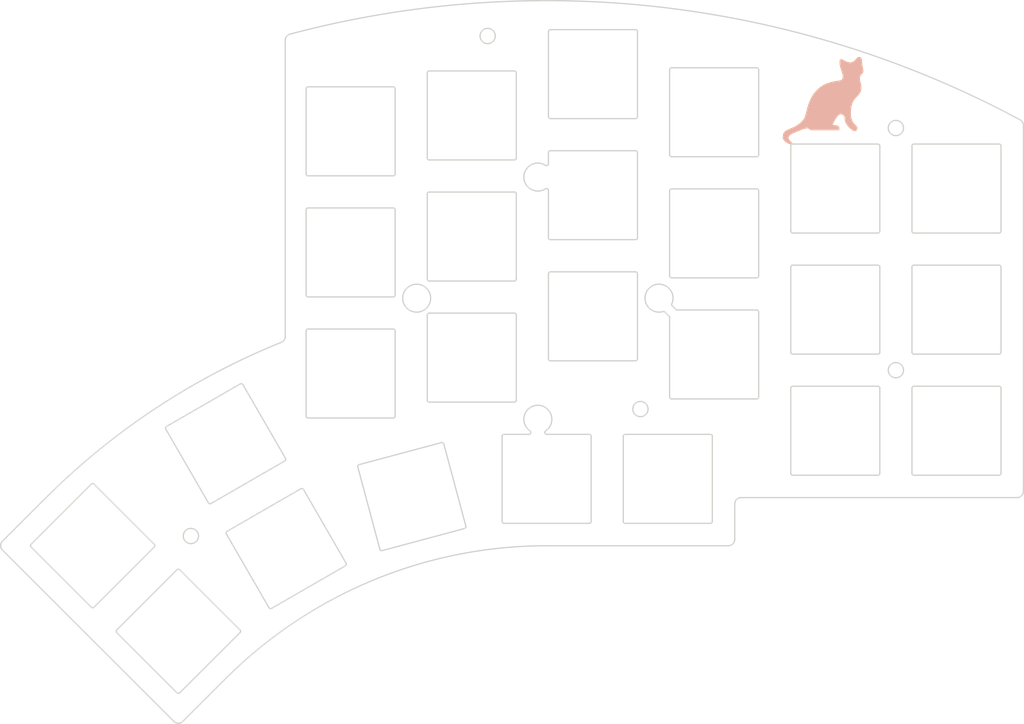
<source format=kicad_pcb>
(kicad_pcb (version 20221018) (generator pcbnew)

  (general
    (thickness 1.6)
  )

  (paper "A4")
  (layers
    (0 "F.Cu" signal)
    (31 "B.Cu" signal)
    (32 "B.Adhes" user "B.Adhesive")
    (33 "F.Adhes" user "F.Adhesive")
    (34 "B.Paste" user)
    (35 "F.Paste" user)
    (36 "B.SilkS" user "B.Silkscreen")
    (37 "F.SilkS" user "F.Silkscreen")
    (38 "B.Mask" user)
    (39 "F.Mask" user)
    (40 "Dwgs.User" user "User.Drawings")
    (41 "Cmts.User" user "User.Comments")
    (42 "Eco1.User" user "User.Eco1")
    (43 "Eco2.User" user "User.Eco2")
    (44 "Edge.Cuts" user)
    (45 "Margin" user)
    (46 "B.CrtYd" user "B.Courtyard")
    (47 "F.CrtYd" user "F.Courtyard")
    (48 "B.Fab" user)
    (49 "F.Fab" user)
    (50 "User.1" user)
    (51 "User.2" user)
    (52 "User.3" user)
    (53 "User.4" user)
    (54 "User.5" user)
    (55 "User.6" user)
    (56 "User.7" user)
    (57 "User.8" user)
    (58 "User.9" user)
  )

  (setup
    (pad_to_mask_clearance 0)
    (pcbplotparams
      (layerselection 0x0001030_7ffffffe)
      (plot_on_all_layers_selection 0x0000000_00000000)
      (disableapertmacros false)
      (usegerberextensions false)
      (usegerberattributes true)
      (usegerberadvancedattributes true)
      (creategerberjobfile true)
      (dashed_line_dash_ratio 12.000000)
      (dashed_line_gap_ratio 3.000000)
      (svgprecision 4)
      (plotframeref false)
      (viasonmask false)
      (mode 1)
      (useauxorigin false)
      (hpglpennumber 1)
      (hpglpenspeed 20)
      (hpglpendiameter 15.000000)
      (dxfpolygonmode true)
      (dxfimperialunits true)
      (dxfusepcbnewfont true)
      (psnegative false)
      (psa4output false)
      (plotreference true)
      (plotvalue true)
      (plotinvisibletext false)
      (sketchpadsonfab false)
      (subtractmaskfromsilk false)
      (outputformat 1)
      (mirror false)
      (drillshape 0)
      (scaleselection 1)
      (outputdirectory "")
    )
  )

  (net 0 "")

  (gr_poly
    (pts
      (xy 201.306933 41.409956)
      (xy 201.337616 41.41421)
      (xy 201.366343 41.42062)
      (xy 201.393185 41.429108)
      (xy 201.418215 41.439593)
      (xy 201.441506 41.451997)
      (xy 201.46313 41.466241)
      (xy 201.48316 41.482245)
      (xy 201.501668 41.499929)
      (xy 201.518727 41.519215)
      (xy 201.53441 41.540024)
      (xy 201.548788 41.562275)
      (xy 201.561935 41.585891)
      (xy 201.584824 41.636896)
      (xy 201.603658 41.692406)
      (xy 201.619016 41.751785)
      (xy 201.631478 41.814401)
      (xy 201.641626 41.879618)
      (xy 201.657298 42.015322)
      (xy 201.670674 42.153825)
      (xy 201.690922 42.340919)
      (xy 201.71285 42.514658)
      (xy 201.736477 42.678089)
      (xy 201.76182 42.83426)
      (xy 201.788899 42.986217)
      (xy 201.817733 43.137007)
      (xy 201.880736 43.447279)
      (xy 201.89052 43.503673)
      (xy 201.895944 43.556435)
      (xy 201.897275 43.605833)
      (xy 201.894778 43.652134)
      (xy 201.888718 43.695604)
      (xy 201.879361 43.736511)
      (xy 201.866973 43.775123)
      (xy 201.851818 43.811706)
      (xy 201.834162 43.846527)
      (xy 201.814272 43.879853)
      (xy 201.792412 43.911953)
      (xy 201.768847 43.943092)
      (xy 201.717668 44.003558)
      (xy 201.662859 44.063388)
      (xy 201.606542 44.12472)
      (xy 201.550844 44.189691)
      (xy 201.52389 44.224209)
      (xy 201.497887 44.260438)
      (xy 201.4731 44.298646)
      (xy 201.449796 44.339098)
      (xy 201.428238 44.382063)
      (xy 201.408694 44.427808)
      (xy 201.391428 44.476599)
      (xy 201.376706 44.528704)
      (xy 201.364793 44.584391)
      (xy 201.355955 44.643925)
      (xy 201.350458 44.707575)
      (xy 201.348566 44.775607)
      (xy 201.351029 44.876899)
      (xy 201.357989 44.969082)
      (xy 201.368803 45.053837)
      (xy 201.382829 45.132843)
      (xy 201.399425 45.20778)
      (xy 201.417948 45.280329)
      (xy 201.458206 45.424981)
      (xy 201.498464 45.580239)
      (xy 201.516987 45.666045)
      (xy 201.533583 45.759542)
      (xy 201.547609 45.862411)
      (xy 201.558423 45.97633)
      (xy 201.565383 46.102982)
      (xy 201.567846 46.244044)
      (xy 201.563118 46.387117)
      (xy 201.549337 46.519492)
      (xy 201.527107 46.642126)
      (xy 201.497032 46.755972)
      (xy 201.459714 46.861986)
      (xy 201.415757 46.961122)
      (xy 201.365765 47.054335)
      (xy 201.310341 47.14258)
      (xy 201.185612 47.307984)
      (xy 201.046399 47.464974)
      (xy 200.743831 47.784261)
      (xy 200.590133 47.961835)
      (xy 200.441263 48.161548)
      (xy 200.370147 48.272093)
      (xy 200.30205 48.391038)
      (xy 200.237573 48.519336)
      (xy 200.177321 48.657942)
      (xy 200.121897 48.807813)
      (xy 200.071905 48.969901)
      (xy 200.027948 49.145162)
      (xy 199.99063 49.334551)
      (xy 199.960554 49.539023)
      (xy 199.938324 49.759532)
      (xy 199.924544 49.997033)
      (xy 199.919816 50.252481)
      (xy 199.923942 50.43929)
      (xy 199.935901 50.613106)
      (xy 199.955068 50.774558)
      (xy 199.980816 50.924276)
      (xy 200.012521 51.062892)
      (xy 200.049555 51.191035)
      (xy 200.091294 51.309335)
      (xy 200.13711 51.418423)
      (xy 200.186378 51.51893)
      (xy 200.238473 51.611484)
      (xy 200.292767 51.696717)
      (xy 200.348636 51.775259)
      (xy 200.405453 51.84774)
      (xy 200.462593 51.914791)
      (xy 200.575334 52.03512)
      (xy 200.777143 52.238343)
      (xy 200.819012 52.285026)
      (xy 200.856195 52.33132)
      (xy 200.888067 52.377856)
      (xy 200.914002 52.425264)
      (xy 200.933374 52.474174)
      (xy 200.945557 52.525216)
      (xy 200.949924 52.579021)
      (xy 200.945851 52.636219)
      (xy 200.93271 52.69744)
      (xy 200.909877 52.763314)
      (xy 200.876725 52.834473)
      (xy 200.832628 52.911545)
      (xy 200.796044 52.959657)
      (xy 200.753411 52.996616)
      (xy 200.705202 53.022883)
      (xy 200.65189 53.038918)
      (xy 200.593947 53.045184)
      (xy 200.531847 53.04214)
      (xy 200.466062 53.030247)
      (xy 200.397066 53.009966)
      (xy 200.32533 52.981758)
      (xy 200.251328 52.946084)
      (xy 200.175533 52.903404)
      (xy 200.098418 52.85418)
      (xy 199.942117 52.737941)
      (xy 199.786208 52.601053)
      (xy 199.634475 52.447203)
      (xy 199.4907 52.280077)
      (xy 199.358665 52.103362)
      (xy 199.242154 51.920745)
      (xy 199.190902 51.828375)
      (xy 199.14495 51.735912)
      (xy 199.10477 51.643816)
      (xy 199.070835 51.552549)
      (xy 199.043618 51.462571)
      (xy 199.023592 51.374344)
      (xy 199.011229 51.288327)
      (xy 199.007003 51.204982)
      (xy 199.00584 51.135056)
      (xy 199.002405 51.069394)
      (xy 198.996786 51.007862)
      (xy 198.989067 50.950325)
      (xy 198.979334 50.896649)
      (xy 198.967673 50.846701)
      (xy 198.954168 50.800346)
      (xy 198.938907 50.757451)
      (xy 198.921973 50.717881)
      (xy 198.903454 50.681502)
      (xy 198.883433 50.648181)
      (xy 198.861998 50.617783)
      (xy 198.839232 50.590175)
      (xy 198.815223 50.565221)
      (xy 198.790055 50.542789)
      (xy 198.763814 50.522745)
      (xy 198.736585 50.504953)
      (xy 198.708455 50.48928)
      (xy 198.679508 50.475593)
      (xy 198.64983 50.463757)
      (xy 198.619507 50.453638)
      (xy 198.588624 50.445102)
      (xy 198.525521 50.432243)
      (xy 198.461205 50.424108)
      (xy 198.396361 50.419624)
      (xy 198.331672 50.417721)
      (xy 198.267824 50.417324)
      (xy 198.231238 50.420852)
      (xy 198.193019 50.431196)
      (xy 198.153315 50.448003)
      (xy 198.112277 50.470916)
      (xy 198.070057 50.499579)
      (xy 198.026804 50.533637)
      (xy 197.937801 50.616515)
      (xy 197.846472 50.716704)
      (xy 197.754022 50.83136)
      (xy 197.661652 50.957635)
      (xy 197.570567 51.092686)
      (xy 197.481971 51.233667)
      (xy 197.397066 51.377733)
      (xy 197.317056 51.522037)
      (xy 197.243144 51.663735)
      (xy 197.176534 51.799982)
      (xy 197.11843 51.927932)
      (xy 197.070035 52.04474)
      (xy 197.032551 52.14756)
      (xy 197.218912 52.149136)
      (xy 197.383007 52.154239)
      (xy 197.526249 52.163433)
      (xy 197.590493 52.16974)
      (xy 197.650053 52.177281)
      (xy 197.705107 52.186126)
      (xy 197.755831 52.196346)
      (xy 197.802402 52.208011)
      (xy 197.844997 52.221192)
      (xy 197.883791 52.235959)
      (xy 197.918963 52.252383)
      (xy 197.950688 52.270533)
      (xy 197.979143 52.290481)
      (xy 198.004505 52.312296)
      (xy 198.026951 52.33605)
      (xy 198.046656 52.361812)
      (xy 198.063799 52.389653)
      (xy 198.078555 52.419644)
      (xy 198.091101 52.451854)
      (xy 198.101613 52.486355)
      (xy 198.110269 52.523217)
      (xy 198.117245 52.562509)
      (xy 198.122718 52.604303)
      (xy 198.129861 52.695678)
      (xy 198.13311 52.797904)
      (xy 198.133879 52.911545)
      (xy 193.649192 52.911545)
      (xy 193.549771 52.824444)
      (xy 193.456544 52.752489)
      (xy 193.366533 52.695562)
      (xy 193.276763 52.653542)
      (xy 193.184256 52.626311)
      (xy 193.086037 52.61375)
      (xy 192.97913 52.615739)
      (xy 192.860556 52.632159)
      (xy 192.727341 52.662891)
      (xy 192.576508 52.707815)
      (xy 192.40508 52.766813)
      (xy 192.210082 52.839765)
      (xy 191.134848 53.268732)
      (xy 190.948674 53.346931)
      (xy 190.784785 53.424312)
      (xy 190.64207 53.500815)
      (xy 190.519414 53.576375)
      (xy 190.415705 53.650929)
      (xy 190.329832 53.724416)
      (xy 190.260681 53.796773)
      (xy 190.20714 53.867936)
      (xy 190.168095 53.937843)
      (xy 190.142436 54.006431)
      (xy 190.129048 54.073637)
      (xy 190.126819 54.139399)
      (xy 190.134638 54.203654)
      (xy 190.15139 54.266339)
      (xy 190.175964 54.327391)
      (xy 190.207247 54.386748)
      (xy 190.244126 54.444347)
      (xy 190.285489 54.500125)
      (xy 190.377217 54.605966)
      (xy 190.565522 54.793037)
      (xy 190.644299 54.873262)
      (xy 190.700958 54.943943)
      (xy 190.718211 54.975549)
      (xy 190.726597 55.00458)
      (xy 190.725003 55.030974)
      (xy 190.712317 55.054669)
      (xy 190.6907 55.074756)
      (xy 190.663336 55.090435)
      (xy 190.630648 55.101811)
      (xy 190.593057 55.108985)
      (xy 190.550985 55.112062)
      (xy 190.504854 55.111144)
      (xy 190.455086 55.106335)
      (xy 190.402103 55.097737)
      (xy 190.346326 55.085454)
      (xy 190.288178 55.069588)
      (xy 190.22808 55.050242)
      (xy 190.166454 55.027521)
      (xy 190.103721 55.001526)
      (xy 190.040305 54.972361)
      (xy 189.976627 54.940129)
      (xy 189.913108 54.904933)
      (xy 189.85017 54.866876)
      (xy 189.788235 54.826061)
      (xy 189.727726 54.782591)
      (xy 189.669063 54.73657)
      (xy 189.61267 54.6881)
      (xy 189.558967 54.637284)
      (xy 189.508376 54.584226)
      (xy 189.461319 54.529028)
      (xy 189.418219 54.471794)
      (xy 189.379497 54.412627)
      (xy 189.345575 54.351629)
      (xy 189.316874 54.288904)
      (xy 189.293817 54.224555)
      (xy 189.276826 54.158685)
      (xy 189.266321 54.091397)
      (xy 189.262726 54.022795)
      (xy 189.267531 53.875225)
      (xy 189.281737 53.741125)
      (xy 189.305034 53.619532)
      (xy 189.337111 53.509484)
      (xy 189.377658 53.410017)
      (xy 189.426363 53.320168)
      (xy 189.482915 53.238973)
      (xy 189.547004 53.165471)
      (xy 189.618319 53.098698)
      (xy 189.696549 53.03769)
      (xy 189.781383 52.981485)
      (xy 189.87251 52.929119)
      (xy 190.072401 52.832054)
      (xy 190.293735 52.738791)
      (xy 190.790785 52.53285)
      (xy 191.061527 52.404763)
      (xy 191.343766 52.249659)
      (xy 191.488419 52.159569)
      (xy 191.635013 52.059834)
      (xy 191.783238 51.949493)
      (xy 191.932783 51.827582)
      (xy 192.083336 51.693139)
      (xy 192.234588 51.5452)
      (xy 192.386226 51.382802)
      (xy 192.537942 51.204982)
      (xy 192.622573 51.079164)
      (xy 192.697484 50.924778)
      (xy 192.765317 50.744171)
      (xy 192.828714 50.539689)
      (xy 193.090755 49.529921)
      (xy 193.171586 49.241248)
      (xy 193.263827 48.942775)
      (xy 193.370121 48.636846)
      (xy 193.493108 48.325808)
      (xy 193.63543 48.012007)
      (xy 193.799728 47.697789)
      (xy 193.988643 47.385498)
      (xy 194.204817 47.077482)
      (xy 194.321518 46.92919)
      (xy 194.440791 46.789234)
      (xy 194.562419 46.657344)
      (xy 194.686183 46.533251)
      (xy 194.811866 46.416688)
      (xy 194.939249 46.307383)
      (xy 195.068115 46.20507)
      (xy 195.198245 46.109479)
      (xy 195.329421 46.020341)
      (xy 195.461426 45.937387)
      (xy 195.72705 45.788956)
      (xy 195.993371 45.662035)
      (xy 196.258645 45.554474)
      (xy 196.521129 45.464121)
      (xy 196.779078 45.388825)
      (xy 197.030749 45.326436)
      (xy 197.274397 45.274801)
      (xy 197.730648 45.195194)
      (xy 198.133879 45.132794)
      (xy 198.222451 45.115322)
      (xy 198.302356 45.092811)
      (xy 198.373929 45.065469)
      (xy 198.437505 45.033504)
      (xy 198.49342 44.997126)
      (xy 198.542009 44.956543)
      (xy 198.583608 44.911963)
      (xy 198.618551 44.863595)
      (xy 198.647173 44.811648)
      (xy 198.669811 44.756331)
      (xy 198.6868 44.697851)
      (xy 198.698474 44.636418)
      (xy 198.705169 44.572239)
      (xy 198.70722 44.505525)
      (xy 198.704963 44.436482)
      (xy 198.698733 44.365321)
      (xy 198.675695 44.217474)
      (xy 198.640789 44.063654)
      (xy 198.596695 43.905529)
      (xy 198.546098 43.744767)
      (xy 198.332316 43.108732)
      (xy 198.303491 43.009733)
      (xy 198.27682 42.907039)
      (xy 198.252709 42.801887)
      (xy 198.231564 42.695514)
      (xy 198.213791 42.589158)
      (xy 198.199798 42.484056)
      (xy 198.18999 42.381446)
      (xy 198.184773 42.282564)
      (xy 198.184555 42.188649)
      (xy 198.189742 42.100937)
      (xy 198.194489 42.059794)
      (xy 198.20074 42.020667)
      (xy 198.208545 41.983708)
      (xy 198.217955 41.949075)
      (xy 198.229022 41.91692)
      (xy 198.241795 41.887398)
      (xy 198.256325 41.860666)
      (xy 198.272665 41.836876)
      (xy 198.290863 41.816184)
      (xy 198.310971 41.798744)
      (xy 198.33304 41.784711)
      (xy 198.357121 41.77424)
      (xy 198.383383 41.767662)
      (xy 198.411507 41.765175)
      (xy 198.441454 41.766514)
      (xy 198.473183 41.771412)
      (xy 198.541822 41.790826)
      (xy 198.6171 41.821292)
      (xy 198.698691 41.860683)
      (xy 198.786269 41.906876)
      (xy 198.978088 42.011163)
      (xy 199.081678 42.065007)
      (xy 199.189955 42.117151)
      (xy 199.302593 42.165469)
      (xy 199.419267 42.207836)
      (xy 199.539651 42.242128)
      (xy 199.601134 42.255581)
      (xy 199.663421 42.266218)
      (xy 199.726474 42.273774)
      (xy 199.790251 42.277982)
      (xy 199.854712 42.278578)
      (xy 199.919816 42.275294)
      (xy 199.983838 42.267865)
      (xy 200.044911 42.256406)
      (xy 200.103183 42.241192)
      (xy 200.158802 42.222501)
      (xy 200.211916 42.200607)
      (xy 200.262672 42.175788)
      (xy 200.311219 42.148319)
      (xy 200.357704 42.118477)
      (xy 200.402276 42.086538)
      (xy 200.445082 42.052778)
      (xy 200.48627 42.017472)
      (xy 200.525988 41.980898)
      (xy 200.601606 41.905048)
      (xy 200.673119 41.827436)
      (xy 200.808561 41.675766)
      (xy 200.874857 41.606125)
      (xy 200.908166 41.57382)
      (xy 200.94178 41.543559)
      (xy 200.975846 41.51562)
      (xy 201.010513 41.490279)
      (xy 201.045928 41.46781)
      (xy 201.08224 41.448491)
      (xy 201.119595 41.432598)
      (xy 201.158143 41.420407)
      (xy 201.19803 41.412194)
      (xy 201.239406 41.408235)
      (xy 201.27422 41.407938)
    )

    (stroke (width 0.039687) (type solid)) (fill solid) (layer "B.SilkS") (tstamp 4e73e01e-3352-49f0-ac00-27c55ed9caa6))
  (gr_poly
    (pts
      (xy 201.306933 41.409956)
      (xy 201.337616 41.41421)
      (xy 201.366343 41.42062)
      (xy 201.393185 41.429108)
      (xy 201.418215 41.439593)
      (xy 201.441506 41.451997)
      (xy 201.46313 41.466241)
      (xy 201.48316 41.482245)
      (xy 201.501668 41.499929)
      (xy 201.518727 41.519215)
      (xy 201.53441 41.540024)
      (xy 201.548788 41.562275)
      (xy 201.561935 41.585891)
      (xy 201.584824 41.636896)
      (xy 201.603658 41.692406)
      (xy 201.619016 41.751785)
      (xy 201.631478 41.814401)
      (xy 201.641626 41.879618)
      (xy 201.657298 42.015322)
      (xy 201.670674 42.153825)
      (xy 201.690922 42.340919)
      (xy 201.71285 42.514658)
      (xy 201.736477 42.678089)
      (xy 201.76182 42.83426)
      (xy 201.788899 42.986217)
      (xy 201.817733 43.137007)
      (xy 201.880736 43.447279)
      (xy 201.89052 43.503673)
      (xy 201.895944 43.556435)
      (xy 201.897275 43.605833)
      (xy 201.894778 43.652134)
      (xy 201.888718 43.695604)
      (xy 201.879361 43.736511)
      (xy 201.866973 43.775123)
      (xy 201.851818 43.811706)
      (xy 201.834162 43.846527)
      (xy 201.814272 43.879853)
      (xy 201.792412 43.911953)
      (xy 201.768847 43.943092)
      (xy 201.717668 44.003558)
      (xy 201.662859 44.063388)
      (xy 201.606542 44.12472)
      (xy 201.550844 44.189691)
      (xy 201.52389 44.224209)
      (xy 201.497887 44.260438)
      (xy 201.4731 44.298646)
      (xy 201.449796 44.339098)
      (xy 201.428238 44.382063)
      (xy 201.408694 44.427808)
      (xy 201.391428 44.476599)
      (xy 201.376706 44.528704)
      (xy 201.364793 44.584391)
      (xy 201.355955 44.643925)
      (xy 201.350458 44.707575)
      (xy 201.348566 44.775607)
      (xy 201.351029 44.876899)
      (xy 201.357989 44.969082)
      (xy 201.368803 45.053837)
      (xy 201.382829 45.132843)
      (xy 201.399425 45.20778)
      (xy 201.417948 45.280329)
      (xy 201.458206 45.424981)
      (xy 201.498464 45.580239)
      (xy 201.516987 45.666045)
      (xy 201.533583 45.759542)
      (xy 201.547609 45.862411)
      (xy 201.558423 45.97633)
      (xy 201.565383 46.102982)
      (xy 201.567846 46.244044)
      (xy 201.563118 46.387117)
      (xy 201.549337 46.519492)
      (xy 201.527107 46.642126)
      (xy 201.497032 46.755972)
      (xy 201.459714 46.861986)
      (xy 201.415757 46.961122)
      (xy 201.365765 47.054335)
      (xy 201.310341 47.14258)
      (xy 201.185612 47.307984)
      (xy 201.046399 47.464974)
      (xy 200.743831 47.784261)
      (xy 200.590133 47.961835)
      (xy 200.441263 48.161548)
      (xy 200.370147 48.272093)
      (xy 200.30205 48.391038)
      (xy 200.237573 48.519336)
      (xy 200.177321 48.657942)
      (xy 200.121897 48.807813)
      (xy 200.071905 48.969901)
      (xy 200.027948 49.145162)
      (xy 199.99063 49.334551)
      (xy 199.960554 49.539023)
      (xy 199.938324 49.759532)
      (xy 199.924544 49.997033)
      (xy 199.919816 50.252481)
      (xy 199.923942 50.43929)
      (xy 199.935901 50.613106)
      (xy 199.955068 50.774558)
      (xy 199.980816 50.924276)
      (xy 200.012521 51.062892)
      (xy 200.049555 51.191035)
      (xy 200.091294 51.309335)
      (xy 200.13711 51.418423)
      (xy 200.186378 51.51893)
      (xy 200.238473 51.611484)
      (xy 200.292767 51.696717)
      (xy 200.348636 51.775259)
      (xy 200.405453 51.84774)
      (xy 200.462593 51.914791)
      (xy 200.575334 52.03512)
      (xy 200.777143 52.238343)
      (xy 200.819012 52.285026)
      (xy 200.856195 52.33132)
      (xy 200.888067 52.377856)
      (xy 200.914002 52.425264)
      (xy 200.933374 52.474174)
      (xy 200.945557 52.525216)
      (xy 200.949924 52.579021)
      (xy 200.945851 52.636219)
      (xy 200.93271 52.69744)
      (xy 200.909877 52.763314)
      (xy 200.876725 52.834473)
      (xy 200.832628 52.911545)
      (xy 200.796044 52.959657)
      (xy 200.753411 52.996616)
      (xy 200.705202 53.022883)
      (xy 200.65189 53.038918)
      (xy 200.593947 53.045184)
      (xy 200.531847 53.04214)
      (xy 200.466062 53.030247)
      (xy 200.397066 53.009966)
      (xy 200.32533 52.981758)
      (xy 200.251328 52.946084)
      (xy 200.175533 52.903404)
      (xy 200.098418 52.85418)
      (xy 199.942117 52.737941)
      (xy 199.786208 52.601053)
      (xy 199.634475 52.447203)
      (xy 199.4907 52.280077)
      (xy 199.358665 52.103362)
      (xy 199.242154 51.920745)
      (xy 199.190902 51.828375)
      (xy 199.14495 51.735912)
      (xy 199.10477 51.643816)
      (xy 199.070835 51.552549)
      (xy 199.043618 51.462571)
      (xy 199.023592 51.374344)
      (xy 199.011229 51.288327)
      (xy 199.007003 51.204982)
      (xy 199.00584 51.135056)
      (xy 199.002405 51.069394)
      (xy 198.996786 51.007862)
      (xy 198.989067 50.950325)
      (xy 198.979334 50.896649)
      (xy 198.967673 50.846701)
      (xy 198.954168 50.800346)
      (xy 198.938907 50.757451)
      (xy 198.921973 50.717881)
      (xy 198.903454 50.681502)
      (xy 198.883433 50.648181)
      (xy 198.861998 50.617783)
      (xy 198.839232 50.590175)
      (xy 198.815223 50.565221)
      (xy 198.790055 50.542789)
      (xy 198.763814 50.522745)
      (xy 198.736585 50.504953)
      (xy 198.708455 50.48928)
      (xy 198.679508 50.475593)
      (xy 198.64983 50.463757)
      (xy 198.619507 50.453638)
      (xy 198.588624 50.445102)
      (xy 198.525521 50.432243)
      (xy 198.461205 50.424108)
      (xy 198.396361 50.419624)
      (xy 198.331672 50.417721)
      (xy 198.267824 50.417324)
      (xy 198.231238 50.420852)
      (xy 198.193019 50.431196)
      (xy 198.153315 50.448003)
      (xy 198.112277 50.470916)
      (xy 198.070057 50.499579)
      (xy 198.026804 50.533637)
      (xy 197.937801 50.616515)
      (xy 197.846472 50.716704)
      (xy 197.754022 50.83136)
      (xy 197.661652 50.957635)
      (xy 197.570567 51.092686)
      (xy 197.481971 51.233667)
      (xy 197.397066 51.377733)
      (xy 197.317056 51.522037)
      (xy 197.243144 51.663735)
      (xy 197.176534 51.799982)
      (xy 197.11843 51.927932)
      (xy 197.070035 52.04474)
      (xy 197.032551 52.14756)
      (xy 197.218912 52.149136)
      (xy 197.383007 52.154239)
      (xy 197.526249 52.163433)
      (xy 197.590493 52.16974)
      (xy 197.650053 52.177281)
      (xy 197.705107 52.186126)
      (xy 197.755831 52.196346)
      (xy 197.802402 52.208011)
      (xy 197.844997 52.221192)
      (xy 197.883791 52.235959)
      (xy 197.918963 52.252383)
      (xy 197.950688 52.270533)
      (xy 197.979143 52.290481)
      (xy 198.004505 52.312296)
      (xy 198.026951 52.33605)
      (xy 198.046656 52.361812)
      (xy 198.063799 52.389653)
      (xy 198.078555 52.419644)
      (xy 198.091101 52.451854)
      (xy 198.101613 52.486355)
      (xy 198.110269 52.523217)
      (xy 198.117245 52.562509)
      (xy 198.122718 52.604303)
      (xy 198.129861 52.695678)
      (xy 198.13311 52.797904)
      (xy 198.133879 52.911545)
      (xy 193.649192 52.911545)
      (xy 193.549771 52.824444)
      (xy 193.456544 52.752489)
      (xy 193.366533 52.695562)
      (xy 193.276763 52.653542)
      (xy 193.184256 52.626311)
      (xy 193.086037 52.61375)
      (xy 192.97913 52.615739)
      (xy 192.860556 52.632159)
      (xy 192.727341 52.662891)
      (xy 192.576508 52.707815)
      (xy 192.40508 52.766813)
      (xy 192.210082 52.839765)
      (xy 191.134848 53.268732)
      (xy 190.948674 53.346931)
      (xy 190.784785 53.424312)
      (xy 190.64207 53.500815)
      (xy 190.519414 53.576375)
      (xy 190.415705 53.650929)
      (xy 190.329832 53.724416)
      (xy 190.260681 53.796773)
      (xy 190.20714 53.867936)
      (xy 190.168095 53.937843)
      (xy 190.142436 54.006431)
      (xy 190.129048 54.073637)
      (xy 190.126819 54.139399)
      (xy 190.134638 54.203654)
      (xy 190.15139 54.266339)
      (xy 190.175964 54.327391)
      (xy 190.207247 54.386748)
      (xy 190.244126 54.444347)
      (xy 190.285489 54.500125)
      (xy 190.377217 54.605966)
      (xy 190.565522 54.793037)
      (xy 190.644299 54.873262)
      (xy 190.700958 54.943943)
      (xy 190.718211 54.975549)
      (xy 190.726597 55.00458)
      (xy 190.725003 55.030974)
      (xy 190.712317 55.054669)
      (xy 190.6907 55.074756)
      (xy 190.663336 55.090435)
      (xy 190.630648 55.101811)
      (xy 190.593057 55.108985)
      (xy 190.550985 55.112062)
      (xy 190.504854 55.111144)
      (xy 190.455086 55.106335)
      (xy 190.402103 55.097737)
      (xy 190.346326 55.085454)
      (xy 190.288178 55.069588)
      (xy 190.22808 55.050242)
      (xy 190.166454 55.027521)
      (xy 190.103721 55.001526)
      (xy 190.040305 54.972361)
      (xy 189.976627 54.940129)
      (xy 189.913108 54.904933)
      (xy 189.85017 54.866876)
      (xy 189.788235 54.826061)
      (xy 189.727726 54.782591)
      (xy 189.669063 54.73657)
      (xy 189.61267 54.6881)
      (xy 189.558967 54.637284)
      (xy 189.508376 54.584226)
      (xy 189.461319 54.529028)
      (xy 189.418219 54.471794)
      (xy 189.379497 54.412627)
      (xy 189.345575 54.351629)
      (xy 189.316874 54.288904)
      (xy 189.293817 54.224555)
      (xy 189.276826 54.158685)
      (xy 189.266321 54.091397)
      (xy 189.262726 54.022795)
      (xy 189.267531 53.875225)
      (xy 189.281737 53.741125)
      (xy 189.305034 53.619532)
      (xy 189.337111 53.509484)
      (xy 189.377658 53.410017)
      (xy 189.426363 53.320168)
      (xy 189.482915 53.238973)
      (xy 189.547004 53.165471)
      (xy 189.618319 53.098698)
      (xy 189.696549 53.03769)
      (xy 189.781383 52.981485)
      (xy 189.87251 52.929119)
      (xy 190.072401 52.832054)
      (xy 190.293735 52.738791)
      (xy 190.790785 52.53285)
      (xy 191.061527 52.404763)
      (xy 191.343766 52.249659)
      (xy 191.488419 52.159569)
      (xy 191.635013 52.059834)
      (xy 191.783238 51.949493)
      (xy 191.932783 51.827582)
      (xy 192.083336 51.693139)
      (xy 192.234588 51.5452)
      (xy 192.386226 51.382802)
      (xy 192.537942 51.204982)
      (xy 192.622573 51.079164)
      (xy 192.697484 50.924778)
      (xy 192.765317 50.744171)
      (xy 192.828714 50.539689)
      (xy 193.090755 49.529921)
      (xy 193.171586 49.241248)
      (xy 193.263827 48.942775)
      (xy 193.370121 48.636846)
      (xy 193.493108 48.325808)
      (xy 193.63543 48.012007)
      (xy 193.799728 47.697789)
      (xy 193.988643 47.385498)
      (xy 194.204817 47.077482)
      (xy 194.321518 46.92919)
      (xy 194.440791 46.789234)
      (xy 194.562419 46.657344)
      (xy 194.686183 46.533251)
      (xy 194.811866 46.416688)
      (xy 194.939249 46.307383)
      (xy 195.068115 46.20507)
      (xy 195.198245 46.109479)
      (xy 195.329421 46.020341)
      (xy 195.461426 45.937387)
      (xy 195.72705 45.788956)
      (xy 195.993371 45.662035)
      (xy 196.258645 45.554474)
      (xy 196.521129 45.464121)
      (xy 196.779078 45.388825)
      (xy 197.030749 45.326436)
      (xy 197.274397 45.274801)
      (xy 197.730648 45.195194)
      (xy 198.133879 45.132794)
      (xy 198.222451 45.115322)
      (xy 198.302356 45.092811)
      (xy 198.373929 45.065469)
      (xy 198.437505 45.033504)
      (xy 198.49342 44.997126)
      (xy 198.542009 44.956543)
      (xy 198.583608 44.911963)
      (xy 198.618551 44.863595)
      (xy 198.647173 44.811648)
      (xy 198.669811 44.756331)
      (xy 198.6868 44.697851)
      (xy 198.698474 44.636418)
      (xy 198.705169 44.572239)
      (xy 198.70722 44.505525)
      (xy 198.704963 44.436482)
      (xy 198.698733 44.365321)
      (xy 198.675695 44.217474)
      (xy 198.640789 44.063654)
      (xy 198.596695 43.905529)
      (xy 198.546098 43.744767)
      (xy 198.332316 43.108732)
      (xy 198.303491 43.009733)
      (xy 198.27682 42.907039)
      (xy 198.252709 42.801887)
      (xy 198.231564 42.695514)
      (xy 198.213791 42.589158)
      (xy 198.199798 42.484056)
      (xy 198.18999 42.381446)
      (xy 198.184773 42.282564)
      (xy 198.184555 42.188649)
      (xy 198.189742 42.100937)
      (xy 198.194489 42.059794)
      (xy 198.20074 42.020667)
      (xy 198.208545 41.983708)
      (xy 198.217955 41.949075)
      (xy 198.229022 41.91692)
      (xy 198.241795 41.887398)
      (xy 198.256325 41.860666)
      (xy 198.272665 41.836876)
      (xy 198.290863 41.816184)
      (xy 198.310971 41.798744)
      (xy 198.33304 41.784711)
      (xy 198.357121 41.77424)
      (xy 198.383383 41.767662)
      (xy 198.411507 41.765175)
      (xy 198.441454 41.766514)
      (xy 198.473183 41.771412)
      (xy 198.541822 41.790826)
      (xy 198.6171 41.821292)
      (xy 198.698691 41.860683)
      (xy 198.786269 41.906876)
      (xy 198.978088 42.011163)
      (xy 199.081678 42.065007)
      (xy 199.189955 42.117151)
      (xy 199.302593 42.165469)
      (xy 199.419267 42.207836)
      (xy 199.539651 42.242128)
      (xy 199.601134 42.255581)
      (xy 199.663421 42.266218)
      (xy 199.726474 42.273774)
      (xy 199.790251 42.277982)
      (xy 199.854712 42.278578)
      (xy 199.919816 42.275294)
      (xy 199.983838 42.267865)
      (xy 200.044911 42.256406)
      (xy 200.103183 42.241192)
      (xy 200.158802 42.222501)
      (xy 200.211916 42.200607)
      (xy 200.262672 42.175788)
      (xy 200.311219 42.148319)
      (xy 200.357704 42.118477)
      (xy 200.402276 42.086538)
      (xy 200.445082 42.052778)
      (xy 200.48627 42.017472)
      (xy 200.525988 41.980898)
      (xy 200.601606 41.905048)
      (xy 200.673119 41.827436)
      (xy 200.808561 41.675766)
      (xy 200.874857 41.606125)
      (xy 200.908166 41.57382)
      (xy 200.94178 41.543559)
      (xy 200.975846 41.51562)
      (xy 201.010513 41.490279)
      (xy 201.045928 41.46781)
      (xy 201.08224 41.448491)
      (xy 201.119595 41.432598)
      (xy 201.158143 41.420407)
      (xy 201.19803 41.412194)
      (xy 201.239406 41.408235)
      (xy 201.27422 41.407938)
    )

    (stroke (width 0.039687) (type solid)) (fill solid) (layer "F.SilkS") (tstamp 7a62bf84-071b-47a7-9bc4-1a873b14336c))
  (gr_poly
    (pts
      (xy 201.306933 41.409956)
      (xy 201.337616 41.41421)
      (xy 201.366343 41.42062)
      (xy 201.393185 41.429108)
      (xy 201.418215 41.439593)
      (xy 201.441506 41.451997)
      (xy 201.46313 41.466241)
      (xy 201.48316 41.482245)
      (xy 201.501668 41.499929)
      (xy 201.518727 41.519215)
      (xy 201.53441 41.540024)
      (xy 201.548788 41.562275)
      (xy 201.561935 41.585891)
      (xy 201.584824 41.636896)
      (xy 201.603658 41.692406)
      (xy 201.619016 41.751785)
      (xy 201.631478 41.814401)
      (xy 201.641626 41.879618)
      (xy 201.657298 42.015322)
      (xy 201.670674 42.153825)
      (xy 201.690922 42.340919)
      (xy 201.71285 42.514658)
      (xy 201.736477 42.678089)
      (xy 201.76182 42.83426)
      (xy 201.788899 42.986217)
      (xy 201.817733 43.137007)
      (xy 201.880736 43.447279)
      (xy 201.89052 43.503673)
      (xy 201.895944 43.556435)
      (xy 201.897275 43.605833)
      (xy 201.894778 43.652134)
      (xy 201.888718 43.695604)
      (xy 201.879361 43.736511)
      (xy 201.866973 43.775123)
      (xy 201.851818 43.811706)
      (xy 201.834162 43.846527)
      (xy 201.814272 43.879853)
      (xy 201.792412 43.911953)
      (xy 201.768847 43.943092)
      (xy 201.717668 44.003558)
      (xy 201.662859 44.063388)
      (xy 201.606542 44.12472)
      (xy 201.550844 44.189691)
      (xy 201.52389 44.224209)
      (xy 201.497887 44.260438)
      (xy 201.4731 44.298646)
      (xy 201.449796 44.339098)
      (xy 201.428238 44.382063)
      (xy 201.408694 44.427808)
      (xy 201.391428 44.476599)
      (xy 201.376706 44.528704)
      (xy 201.364793 44.584391)
      (xy 201.355955 44.643925)
      (xy 201.350458 44.707575)
      (xy 201.348566 44.775607)
      (xy 201.351029 44.876899)
      (xy 201.357989 44.969082)
      (xy 201.368803 45.053837)
      (xy 201.382829 45.132843)
      (xy 201.399425 45.20778)
      (xy 201.417948 45.280329)
      (xy 201.458206 45.424981)
      (xy 201.498464 45.580239)
      (xy 201.516987 45.666045)
      (xy 201.533583 45.759542)
      (xy 201.547609 45.862411)
      (xy 201.558423 45.97633)
      (xy 201.565383 46.102982)
      (xy 201.567846 46.244044)
      (xy 201.563118 46.387117)
      (xy 201.549337 46.519492)
      (xy 201.527107 46.642126)
      (xy 201.497032 46.755972)
      (xy 201.459714 46.861986)
      (xy 201.415757 46.961122)
      (xy 201.365765 47.054335)
      (xy 201.310341 47.14258)
      (xy 201.185612 47.307984)
      (xy 201.046399 47.464974)
      (xy 200.743831 47.784261)
      (xy 200.590133 47.961835)
      (xy 200.441263 48.161548)
      (xy 200.370147 48.272093)
      (xy 200.30205 48.391038)
      (xy 200.237573 48.519336)
      (xy 200.177321 48.657942)
      (xy 200.121897 48.807813)
      (xy 200.071905 48.969901)
      (xy 200.027948 49.145162)
      (xy 199.99063 49.334551)
      (xy 199.960554 49.539023)
      (xy 199.938324 49.759532)
      (xy 199.924544 49.997033)
      (xy 199.919816 50.252481)
      (xy 199.923942 50.43929)
      (xy 199.935901 50.613106)
      (xy 199.955068 50.774558)
      (xy 199.980816 50.924276)
      (xy 200.012521 51.062892)
      (xy 200.049555 51.191035)
      (xy 200.091294 51.309335)
      (xy 200.13711 51.418423)
      (xy 200.186378 51.51893)
      (xy 200.238473 51.611484)
      (xy 200.292767 51.696717)
      (xy 200.348636 51.775259)
      (xy 200.405453 51.84774)
      (xy 200.462593 51.914791)
      (xy 200.575334 52.03512)
      (xy 200.777143 52.238343)
      (xy 200.819012 52.285026)
      (xy 200.856195 52.33132)
      (xy 200.888067 52.377856)
      (xy 200.914002 52.425264)
      (xy 200.933374 52.474174)
      (xy 200.945557 52.525216)
      (xy 200.949924 52.579021)
      (xy 200.945851 52.636219)
      (xy 200.93271 52.69744)
      (xy 200.909877 52.763314)
      (xy 200.876725 52.834473)
      (xy 200.832628 52.911545)
      (xy 200.796044 52.959657)
      (xy 200.753411 52.996616)
      (xy 200.705202 53.022883)
      (xy 200.65189 53.038918)
      (xy 200.593947 53.045184)
      (xy 200.531847 53.04214)
      (xy 200.466062 53.030247)
      (xy 200.397066 53.009966)
      (xy 200.32533 52.981758)
      (xy 200.251328 52.946084)
      (xy 200.175533 52.903404)
      (xy 200.098418 52.85418)
      (xy 199.942117 52.737941)
      (xy 199.786208 52.601053)
      (xy 199.634475 52.447203)
      (xy 199.4907 52.280077)
      (xy 199.358665 52.103362)
      (xy 199.242154 51.920745)
      (xy 199.190902 51.828375)
      (xy 199.14495 51.735912)
      (xy 199.10477 51.643816)
      (xy 199.070835 51.552549)
      (xy 199.043618 51.462571)
      (xy 199.023592 51.374344)
      (xy 199.011229 51.288327)
      (xy 199.007003 51.204982)
      (xy 199.00584 51.135056)
      (xy 199.002405 51.069394)
      (xy 198.996786 51.007862)
      (xy 198.989067 50.950325)
      (xy 198.979334 50.896649)
      (xy 198.967673 50.846701)
      (xy 198.954168 50.800346)
      (xy 198.938907 50.757451)
      (xy 198.921973 50.717881)
      (xy 198.903454 50.681502)
      (xy 198.883433 50.648181)
      (xy 198.861998 50.617783)
      (xy 198.839232 50.590175)
      (xy 198.815223 50.565221)
      (xy 198.790055 50.542789)
      (xy 198.763814 50.522745)
      (xy 198.736585 50.504953)
      (xy 198.708455 50.48928)
      (xy 198.679508 50.475593)
      (xy 198.64983 50.463757)
      (xy 198.619507 50.453638)
      (xy 198.588624 50.445102)
      (xy 198.525521 50.432243)
      (xy 198.461205 50.424108)
      (xy 198.396361 50.419624)
      (xy 198.331672 50.417721)
      (xy 198.267824 50.417324)
      (xy 198.231238 50.420852)
      (xy 198.193019 50.431196)
      (xy 198.153315 50.448003)
      (xy 198.112277 50.470916)
      (xy 198.070057 50.499579)
      (xy 198.026804 50.533637)
      (xy 197.937801 50.616515)
      (xy 197.846472 50.716704)
      (xy 197.754022 50.83136)
      (xy 197.661652 50.957635)
      (xy 197.570567 51.092686)
      (xy 197.481971 51.233667)
      (xy 197.397066 51.377733)
      (xy 197.317056 51.522037)
      (xy 197.243144 51.663735)
      (xy 197.176534 51.799982)
      (xy 197.11843 51.927932)
      (xy 197.070035 52.04474)
      (xy 197.032551 52.14756)
      (xy 197.218912 52.149136)
      (xy 197.383007 52.154239)
      (xy 197.526249 52.163433)
      (xy 197.590493 52.16974)
      (xy 197.650053 52.177281)
      (xy 197.705107 52.186126)
      (xy 197.755831 52.196346)
      (xy 197.802402 52.208011)
      (xy 197.844997 52.221192)
      (xy 197.883791 52.235959)
      (xy 197.918963 52.252383)
      (xy 197.950688 52.270533)
      (xy 197.979143 52.290481)
      (xy 198.004505 52.312296)
      (xy 198.026951 52.33605)
      (xy 198.046656 52.361812)
      (xy 198.063799 52.389653)
      (xy 198.078555 52.419644)
      (xy 198.091101 52.451854)
      (xy 198.101613 52.486355)
      (xy 198.110269 52.523217)
      (xy 198.117245 52.562509)
      (xy 198.122718 52.604303)
      (xy 198.129861 52.695678)
      (xy 198.13311 52.797904)
      (xy 198.133879 52.911545)
      (xy 193.649192 52.911545)
      (xy 193.549771 52.824444)
      (xy 193.456544 52.752489)
      (xy 193.366533 52.695562)
      (xy 193.276763 52.653542)
      (xy 193.184256 52.626311)
      (xy 193.086037 52.61375)
      (xy 192.97913 52.615739)
      (xy 192.860556 52.632159)
      (xy 192.727341 52.662891)
      (xy 192.576508 52.707815)
      (xy 192.40508 52.766813)
      (xy 192.210082 52.839765)
      (xy 191.134848 53.268732)
      (xy 190.948674 53.346931)
      (xy 190.784785 53.424312)
      (xy 190.64207 53.500815)
      (xy 190.519414 53.576375)
      (xy 190.415705 53.650929)
      (xy 190.329832 53.724416)
      (xy 190.260681 53.796773)
      (xy 190.20714 53.867936)
      (xy 190.168095 53.937843)
      (xy 190.142436 54.006431)
      (xy 190.129048 54.073637)
      (xy 190.126819 54.139399)
      (xy 190.134638 54.203654)
      (xy 190.15139 54.266339)
      (xy 190.175964 54.327391)
      (xy 190.207247 54.386748)
      (xy 190.244126 54.444347)
      (xy 190.285489 54.500125)
      (xy 190.377217 54.605966)
      (xy 190.565522 54.793037)
      (xy 190.644299 54.873262)
      (xy 190.700958 54.943943)
      (xy 190.718211 54.975549)
      (xy 190.726597 55.00458)
      (xy 190.725003 55.030974)
      (xy 190.712317 55.054669)
      (xy 190.6907 55.074756)
      (xy 190.663336 55.090435)
      (xy 190.630648 55.101811)
      (xy 190.593057 55.108985)
      (xy 190.550985 55.112062)
      (xy 190.504854 55.111144)
      (xy 190.455086 55.106335)
      (xy 190.402103 55.097737)
      (xy 190.346326 55.085454)
      (xy 190.288178 55.069588)
      (xy 190.22808 55.050242)
      (xy 190.166454 55.027521)
      (xy 190.103721 55.001526)
      (xy 190.040305 54.972361)
      (xy 189.976627 54.940129)
      (xy 189.913108 54.904933)
      (xy 189.85017 54.866876)
      (xy 189.788235 54.826061)
      (xy 189.727726 54.782591)
      (xy 189.669063 54.73657)
      (xy 189.61267 54.6881)
      (xy 189.558967 54.637284)
      (xy 189.508376 54.584226)
      (xy 189.461319 54.529028)
      (xy 189.418219 54.471794)
      (xy 189.379497 54.412627)
      (xy 189.345575 54.351629)
      (xy 189.316874 54.288904)
      (xy 189.293817 54.224555)
      (xy 189.276826 54.158685)
      (xy 189.266321 54.091397)
      (xy 189.262726 54.022795)
      (xy 189.267531 53.875225)
      (xy 189.281737 53.741125)
      (xy 189.305034 53.619532)
      (xy 189.337111 53.509484)
      (xy 189.377658 53.410017)
      (xy 189.426363 53.320168)
      (xy 189.482915 53.238973)
      (xy 189.547004 53.165471)
      (xy 189.618319 53.098698)
      (xy 189.696549 53.03769)
      (xy 189.781383 52.981485)
      (xy 189.87251 52.929119)
      (xy 190.072401 52.832054)
      (xy 190.293735 52.738791)
      (xy 190.790785 52.53285)
      (xy 191.061527 52.404763)
      (xy 191.343766 52.249659)
      (xy 191.488419 52.159569)
      (xy 191.635013 52.059834)
      (xy 191.783238 51.949493)
      (xy 191.932783 51.827582)
      (xy 192.083336 51.693139)
      (xy 192.234588 51.5452)
      (xy 192.386226 51.382802)
      (xy 192.537942 51.204982)
      (xy 192.622573 51.079164)
      (xy 192.697484 50.924778)
      (xy 192.765317 50.744171)
      (xy 192.828714 50.539689)
      (xy 193.090755 49.529921)
      (xy 193.171586 49.241248)
      (xy 193.263827 48.942775)
      (xy 193.370121 48.636846)
      (xy 193.493108 48.325808)
      (xy 193.63543 48.012007)
      (xy 193.799728 47.697789)
      (xy 193.988643 47.385498)
      (xy 194.204817 47.077482)
      (xy 194.321518 46.92919)
      (xy 194.440791 46.789234)
      (xy 194.562419 46.657344)
      (xy 194.686183 46.533251)
      (xy 194.811866 46.416688)
      (xy 194.939249 46.307383)
      (xy 195.068115 46.20507)
      (xy 195.198245 46.109479)
      (xy 195.329421 46.020341)
      (xy 195.461426 45.937387)
      (xy 195.72705 45.788956)
      (xy 195.993371 45.662035)
      (xy 196.258645 45.554474)
      (xy 196.521129 45.464121)
      (xy 196.779078 45.388825)
      (xy 197.030749 45.326436)
      (xy 197.274397 45.274801)
      (xy 197.730648 45.195194)
      (xy 198.133879 45.132794)
      (xy 198.222451 45.115322)
      (xy 198.302356 45.092811)
      (xy 198.373929 45.065469)
      (xy 198.437505 45.033504)
      (xy 198.49342 44.997126)
      (xy 198.542009 44.956543)
      (xy 198.583608 44.911963)
      (xy 198.618551 44.863595)
      (xy 198.647173 44.811648)
      (xy 198.669811 44.756331)
      (xy 198.6868 44.697851)
      (xy 198.698474 44.636418)
      (xy 198.705169 44.572239)
      (xy 198.70722 44.505525)
      (xy 198.704963 44.436482)
      (xy 198.698733 44.365321)
      (xy 198.675695 44.217474)
      (xy 198.640789 44.063654)
      (xy 198.596695 43.905529)
      (xy 198.546098 43.744767)
      (xy 198.332316 43.108732)
      (xy 198.303491 43.009733)
      (xy 198.27682 42.907039)
      (xy 198.252709 42.801887)
      (xy 198.231564 42.695514)
      (xy 198.213791 42.589158)
      (xy 198.199798 42.484056)
      (xy 198.18999 42.381446)
      (xy 198.184773 42.282564)
      (xy 198.184555 42.188649)
      (xy 198.189742 42.100937)
      (xy 198.194489 42.059794)
      (xy 198.20074 42.020667)
      (xy 198.208545 41.983708)
      (xy 198.217955 41.949075)
      (xy 198.229022 41.91692)
      (xy 198.241795 41.887398)
      (xy 198.256325 41.860666)
      (xy 198.272665 41.836876)
      (xy 198.290863 41.816184)
      (xy 198.310971 41.798744)
      (xy 198.33304 41.784711)
      (xy 198.357121 41.77424)
      (xy 198.383383 41.767662)
      (xy 198.411507 41.765175)
      (xy 198.441454 41.766514)
      (xy 198.473183 41.771412)
      (xy 198.541822 41.790826)
      (xy 198.6171 41.821292)
      (xy 198.698691 41.860683)
      (xy 198.786269 41.906876)
      (xy 198.978088 42.011163)
      (xy 199.081678 42.065007)
      (xy 199.189955 42.117151)
      (xy 199.302593 42.165469)
      (xy 199.419267 42.207836)
      (xy 199.539651 42.242128)
      (xy 199.601134 42.255581)
      (xy 199.663421 42.266218)
      (xy 199.726474 42.273774)
      (xy 199.790251 42.277982)
      (xy 199.854712 42.278578)
      (xy 199.919816 42.275294)
      (xy 199.983838 42.267865)
      (xy 200.044911 42.256406)
      (xy 200.103183 42.241192)
      (xy 200.158802 42.222501)
      (xy 200.211916 42.200607)
      (xy 200.262672 42.175788)
      (xy 200.311219 42.148319)
      (xy 200.357704 42.118477)
      (xy 200.402276 42.086538)
      (xy 200.445082 42.052778)
      (xy 200.48627 42.017472)
      (xy 200.525988 41.980898)
      (xy 200.601606 41.905048)
      (xy 200.673119 41.827436)
      (xy 200.808561 41.675766)
      (xy 200.874857 41.606125)
      (xy 200.908166 41.57382)
      (xy 200.94178 41.543559)
      (xy 200.975846 41.51562)
      (xy 201.010513 41.490279)
      (xy 201.045928 41.46781)
      (xy 201.08224 41.448491)
      (xy 201.119595 41.432598)
      (xy 201.158143 41.420407)
      (xy 201.19803 41.412194)
      (xy 201.239406 41.408235)
      (xy 201.27422 41.407938)
    )

    (stroke (width 0.039687) (type solid)) (fill solid) (layer "F.SilkS") (tstamp d2ee15c3-2157-47bf-a9d8-ee5ca1691dbb))
  (gr_line (start 152.132888 100.769828) (end 158.814109 100.769828)
    (stroke (width 0.2) (type solid)) (layer "Edge.Cuts") (tstamp 00bc7189-133c-4a32-b439-cb75fe0bd98d))
  (gr_arc (start 181.689109 117.294828) (mid 181.396208 118.001926) (end 180.689109 118.294828)
    (stroke (width 0.2) (type solid)) (layer "Edge.Cuts") (tstamp 0295475f-0bc6-401b-b591-5f821c0ada16))
  (gr_line (start 128 65.15) (end 114.6 65.15)
    (stroke (width 0.2) (type solid)) (layer "Edge.Cuts") (tstamp 02ee07fc-21b3-4c75-9b1d-2899d4d5c2fc))
  (gr_line (start 128.3 59.8) (end 128.3 46.4)
    (stroke (width 0.2) (type solid)) (layer "Edge.Cuts") (tstamp 02fe95c1-fc32-4341-9521-bf569951a406))
  (gr_circle (center 207.025 52.57501) (end 208.225 52.57501)
    (stroke (width 0.2) (type solid)) (fill none) (layer "Edge.Cuts") (tstamp 031b441d-1448-42f9-b0e8-b6a461fb76b5))
  (gr_line (start 223.55 106.90001) (end 223.55 93.50001)
    (stroke (width 0.2) (type solid)) (layer "Edge.Cuts") (tstamp 038013bc-03fb-42b4-8828-ca462492450c))
  (gr_arc (start 139.418983 115.219606) (mid 139.389012 115.447251) (end 139.206851 115.587029)
    (stroke (width 0.2) (type solid)) (layer "Edge.Cuts") (tstamp 0459cc3c-bac1-405d-b0ed-3e182061c0e0))
  (gr_arc (start 103.907417 131.538199) (mid 103.995285 131.750331) (end 103.907417 131.962463)
    (stroke (width 0.2) (type solid)) (layer "Edge.Cuts") (tstamp 04644820-5e98-4017-a1cc-20f20eedbdaf))
  (gr_line (start 71.062307 118.067815) (end 80.537538 108.592584)
    (stroke (width 0.2) (type solid)) (layer "Edge.Cuts") (tstamp 05c2ae37-03ce-4847-8c6c-51955f73e780))
  (gr_line (start 101.662353 139.19263) (end 94.927161 145.927822)
    (stroke (width 0.2) (type solid)) (layer "Edge.Cuts") (tstamp 061d7809-07f7-41d8-95b3-506140a74eac))
  (gr_line (start 204.5 106.9) (end 204.5 93.5)
    (stroke (width 0.2) (type solid)) (layer "Edge.Cuts") (tstamp 0a6d1322-f36e-4b44-ba57-4e1c702102fc))
  (gr_line (start 172.634925 81.2) (end 185.15 81.2)
    (stroke (width 0.2) (type solid)) (layer "Edge.Cuts") (tstamp 0b346d8c-619d-4cc9-ad69-ea973f26b429))
  (gr_line (start 147.05 81.7) (end 133.65 81.7)
    (stroke (width 0.2) (type solid)) (layer "Edge.Cuts") (tstamp 0bd1198c-198f-4b43-8c60-df5622fabe0b))
  (gr_line (start 166.4 88.9) (end 166.4 75.5)
    (stroke (width 0.2) (type solid)) (layer "Edge.Cuts") (tstamp 0c69554b-6a2a-4261-b37c-5990dafbeaca))
  (gr_line (start 94.432186 141.437694) (end 103.907417 131.962463)
    (stroke (width 0.2) (type solid)) (layer "Edge.Cuts") (tstamp 0cf73077-1eb4-4c3a-9feb-f20f6008889a))
  (gr_arc (start 94.432186 141.437694) (mid 94.220054 141.525562) (end 94.007922 141.437694)
    (stroke (width 0.2) (type solid)) (layer "Edge.Cuts") (tstamp 0d82c7c7-b11a-4f34-b0a6-a4222117c04a))
  (gr_line (start 190.8 88.15) (end 204.2 88.15)
    (stroke (width 0.2) (type solid)) (layer "Edge.Cuts") (tstamp 111d2e20-44c1-4ab5-9a33-9ba3a984d690))
  (gr_arc (start 94.927161 145.927822) (mid 94.220054 146.220715) (end 93.512947 145.927822)
    (stroke (width 0.2) (type solid)) (layer "Edge.Cuts") (tstamp 13307e5f-31d8-48ca-9af7-5bc9729c08d4))
  (gr_arc (start 114.6 98.2) (mid 114.387868 98.112132) (end 114.3 97.9)
    (stroke (width 0.2) (type solid)) (layer "Edge.Cuts") (tstamp 14bf38fb-57f8-4e37-90af-66fa6c03227d))
  (gr_arc (start 209.85 69.10001) (mid 209.63786 69.012146) (end 209.55 68.80001)
    (stroke (width 0.2) (type solid)) (layer "Edge.Cuts") (tstamp 15225a29-4190-410e-869f-3f2c8263f578))
  (gr_arc (start 92.239652 99.938785) (mid 92.209682 99.711139) (end 92.34946 99.528977)
    (stroke (width 0.2) (type solid)) (layer "Edge.Cuts") (tstamp 15c72297-f086-461f-a256-d18c2c8ce692))
  (gr_arc (start 166.1 37.1) (mid 166.312128 37.187871) (end 166.4 37.4)
    (stroke (width 0.2) (type solid)) (layer "Edge.Cuts") (tstamp 17a2ae5e-12b7-4587-b922-4d929fec711d))
  (gr_arc (start 101.662353 139.19263) (mid 124.809815 123.72599) (end 152.114109 118.294828)
    (stroke (width 0.2) (type solid)) (layer "Edge.Cuts") (tstamp 18aacf55-c104-48f9-bb3c-592dada32b57))
  (gr_line (start 92.34946 99.528977) (end 103.9542 92.828977)
    (stroke (width 0.2) (type solid)) (layer "Edge.Cuts") (tstamp 19530421-4bc0-4998-a4dc-94948474ed3d))
  (gr_line (start 114.3 46.4) (end 114.3 59.8)
    (stroke (width 0.2) (type solid)) (layer "Edge.Cuts") (tstamp 196e44a1-9223-4f83-822a-91c58ec10a0e))
  (gr_line (start 152.7 89.2) (end 166.1 89.2)
    (stroke (width 0.2) (type solid)) (layer "Edge.Cuts") (tstamp 198d9563-16d7-494f-9944-c63e40939c56))
  (gr_arc (start 126.263444 119.055204) (mid 126.035799 119.025234) (end 125.896021 118.843072)
    (stroke (width 0.2) (type solid)) (layer "Edge.Cuts") (tstamp 1d71e9ad-7c66-4a34-b6d9-cdc09b4d82e9))
  (gr_line (start 209.85 107.20001) (end 223.25 107.20001)
    (stroke (width 0.2) (type solid)) (layer "Edge.Cuts") (tstamp 2060b66a-40d8-4806-9299-161bc43d960a))
  (gr_line (start 190.8 107.2) (end 204.2 107.2)
    (stroke (width 0.2) (type solid)) (layer "Edge.Cuts") (tstamp 2084de47-f8b0-4248-9841-ab99172060fe))
  (gr_line (start 171.362132 82.172792) (end 170.71795 81.52861)
    (stroke (width 0.2) (type solid)) (layer "Edge.Cuts") (tstamp 24bda586-d778-4a5e-9273-6efbc9f0c47e))
  (gr_arc (start 84.532691 131.962463) (mid 84.444823 131.750331) (end 84.532691 131.538199)
    (stroke (width 0.2) (type solid)) (layer "Edge.Cuts") (tstamp 2503982b-d461-49a5-b597-ce9ed10b124c))
  (gr_arc (start 149.506159 100.221053) (mid 149.625381 100.557462) (end 149.338496 100.769828)
    (stroke (width 0.2) (type solid)) (layer "Edge.Cuts") (tstamp 25824c9f-4dac-4155-9115-3d8a3e934e79))
  (gr_arc (start 204.5 68.8) (mid 204.412134 69.012138) (end 204.2 69.1)
    (stroke (width 0.2) (type solid)) (layer "Edge.Cuts") (tstamp 29e39e86-5c33-4dd3-a65b-6c14f61df1e8))
  (gr_arc (start 166.4 88.9) (mid 166.312134 89.112138) (end 166.1 89.2)
    (stroke (width 0.2) (type solid)) (layer "Edge.Cuts") (tstamp 2b35b470-2185-4688-bb6c-d1c7a67de768))
  (gr_line (start 114.6 60.1) (end 128 60.1)
    (stroke (width 0.2) (type solid)) (layer "Edge.Cuts") (tstamp 2c34c43a-dd2d-4632-bd53-08abbf82c41f))
  (gr_line (start 166.1 56.15) (end 152.7 56.15)
    (stroke (width 0.2) (type solid)) (layer "Edge.Cuts") (tstamp 2fd002b6-91fb-4bde-916a-d598ba20ccc3))
  (gr_arc (start 185.15 62.15) (mid 185.362128 62.237871) (end 185.45 62.45)
    (stroke (width 0.2) (type solid)) (layer "Edge.Cuts") (tstamp 313f6689-a427-4071-804d-137bf7140edf))
  (gr_arc (start 66.572179 118.987053) (mid 66.279286 118.279947) (end 66.572179 117.57284)
    (stroke (width 0.2) (type solid)) (layer "Edge.Cuts") (tstamp 324f8b54-4377-4136-9434-2d4be59ab90e))
  (gr_line (start 223.25 93.20001) (end 209.85 93.20001)
    (stroke (width 0.2) (type solid)) (layer "Edge.Cuts") (tstamp 32fa235f-c6c9-495e-88fc-165427e634b5))
  (gr_circle (center 96.192746 116.766247) (end 97.392746 116.766247)
    (stroke (width 0.2) (type solid)) (fill none) (layer "Edge.Cuts") (tstamp 330f1357-dfe8-405e-bef2-90dcaf9bf8b0))
  (gr_arc (start 205.572738 41.913337) (mid 207.336492 42.563537) (end 209.09234 43.234793)
    (stroke (width 0.2) (type solid)) (layer "Edge.Cuts") (tstamp 33554522-438c-4784-871b-a46bbc640c5f))
  (gr_arc (start 128.3 97.9) (mid 128.212132 98.112132) (end 128 98.2)
    (stroke (width 0.2) (type solid)) (layer "Edge.Cuts") (tstamp 33eb30f1-0a5f-4906-8851-0d411acc31b9))
  (gr_line (start 113.889008 109.436569) (end 120.589008 121.041309)
    (stroke (width 0.2) (type solid)) (layer "Edge.Cuts") (tstamp 342c1186-0ce1-4a4f-a8e5-d6ee6aa68ee1))
  (gr_line (start 204.2 74.15) (end 190.8 74.15)
    (stroke (width 0.2) (type solid)) (layer "Edge.Cuts") (tstamp 34888420-0620-46c5-bbf3-808d0c84cd8c))
  (gr_arc (start 145.414109 114.769828) (mid 145.201977 114.68196) (end 145.114109 114.469828)
    (stroke (width 0.2) (type solid)) (layer "Edge.Cuts") (tstamp 3490f213-272c-4019-a6ac-14e609fbe53c))
  (gr_arc (start 171.362132 82.172792) (mid 171.427155 82.270121) (end 171.45 82.384924)
    (stroke (width 0.2) (type solid)) (layer "Edge.Cuts") (tstamp 37cdf17d-682b-4ffb-9766-c3240a9d2068))
  (gr_line (start 152.4 69.85) (end 152.4 62.391617)
    (stroke (width 0.2) (type solid)) (layer "Edge.Cuts") (tstamp 38003d1c-513c-4176-9a33-9630c0ae1ed6))
  (gr_line (start 103.907417 131.538199) (end 94.432186 122.062968)
    (stroke (width 0.2) (type solid)) (layer "Edge.Cuts") (tstamp 38a4720c-1920-48ed-a22a-26d8c11eaf86))
  (gr_line (start 147.05 43.6) (end 133.65 43.6)
    (stroke (width 0.2) (type solid)) (layer "Edge.Cuts") (tstamp 3927dd49-e6b8-4be6-a3db-668c8482321b))
  (gr_line (start 133.35 62.95) (end 133.35 76.35)
    (stroke (width 0.2) (type solid)) (layer "Edge.Cuts") (tstamp 39664e92-c59a-44fa-986b-ada0fe5a5591))
  (gr_line (start 120.4792 121.451117) (end 108.87446 128.151117)
    (stroke (width 0.2) (type solid)) (layer "Edge.Cuts") (tstamp 3af86619-6d69-47fa-96fd-b99952c8743d))
  (gr_arc (start 147.05 62.65) (mid 147.262128 62.737871) (end 147.35 62.95)
    (stroke (width 0.2) (type solid)) (layer "Edge.Cuts") (tstamp 3b73deed-e1ee-4934-9666-09f2bde1bb85))
  (gr_arc (start 114.3 46.4) (mid 114.387868 46.187868) (end 114.6 46.1)
    (stroke (width 0.2) (type solid)) (layer "Edge.Cuts") (tstamp 3de27140-44c4-4480-a312-9342923d9122))
  (gr_arc (start 185.45 94.9) (mid 185.362134 95.112138) (end 185.15 95.2)
    (stroke (width 0.2) (type solid)) (layer "Edge.Cuts") (tstamp 3e48216f-b98e-459e-9c3d-d0f0d2c8773f))
  (gr_arc (start 223.25 55.10001) (mid 223.462124 55.187882) (end 223.55 55.40001)
    (stroke (width 0.2) (type solid)) (layer "Edge.Cuts") (tstamp 3eb3412d-c871-47d9-be87-35330b40c10e))
  (gr_arc (start 185.15 81.2) (mid 185.362128 81.287871) (end 185.45 81.5)
    (stroke (width 0.2) (type solid)) (layer "Edge.Cuts") (tstamp 3f509283-a744-4ec2-aec4-668b8283ea89))
  (gr_arc (start 190.8 107.2) (mid 190.587864 107.112135) (end 190.5 106.9)
    (stroke (width 0.2) (type solid)) (layer "Edge.Cuts") (tstamp 405537d4-143e-4896-8369-f4f4175828cc))
  (gr_line (start 98.939652 111.543525) (end 92.239652 99.938785)
    (stroke (width 0.2) (type solid)) (layer "Edge.Cuts") (tstamp 409d7849-474f-49f1-bbbb-cb4011428ccf))
  (gr_line (start 166.4 69.85) (end 166.4 56.45)
    (stroke (width 0.2) (type solid)) (layer "Edge.Cuts") (tstamp 40b1c67c-bc55-4d11-9bfd-089fc2ac1c3c))
  (gr_line (start 185.15 62.15) (end 171.75 62.15)
    (stroke (width 0.2) (type solid)) (layer "Edge.Cuts") (tstamp 421e1e79-f323-4b6a-acd0-18d6ddf545e9))
  (gr_line (start 135.583384 102.064067) (end 122.639978 105.532243)
    (stroke (width 0.2) (type solid)) (layer "Edge.Cuts") (tstamp 427814b3-9e83-42ae-8ca4-1a7d2a582d67))
  (gr_arc (start 149.506159 100.221053) (mid 150.735692 96.196704) (end 151.965225 100.221053)
    (stroke (width 0.2) (type solid)) (layer "Edge.Cuts") (tstamp 43497b75-f2f9-412b-91f3-f3dd34835975))
  (gr_arc (start 223.55 68.80001) (mid 223.46213 69.012141) (end 223.25 69.10001)
    (stroke (width 0.2) (type solid)) (layer "Edge.Cuts") (tstamp 4379e77c-06a3-40c6-99f6-565d883d5c97))
  (gr_line (start 147.35 57.3) (end 147.35 43.9)
    (stroke (width 0.2) (type solid)) (layer "Edge.Cuts") (tstamp 43faef0c-3abc-44e5-b67d-d4a3ef03fdf3))
  (gr_line (start 152.7 70.15) (end 166.1 70.15)
    (stroke (width 0.2) (type solid)) (layer "Edge.Cuts") (tstamp 46c4dd10-51c9-49a8-9313-89432f3235df))
  (gr_line (start 147.35 76.35) (end 147.35 62.95)
    (stroke (width 0.2) (type solid)) (layer "Edge.Cuts") (tstamp 47959af3-0b09-4b01-9efb-4d1c7e890666))
  (gr_arc (start 133.65 57.6) (mid 133.437868 57.512132) (end 133.35 57.3)
    (stroke (width 0.2) (type solid)) (layer "Edge.Cuts") (tstamp 4824b043-0e38-4c52-9354-c28a33fbbf0e))
  (gr_arc (start 151.936283 62.140228) (mid 152.242966 62.127884) (end 152.4 62.391617)
    (stroke (width 0.2) (type solid)) (layer "Edge.Cuts") (tstamp 4c48042f-8147-493b-9e99-2414ce40c8f4))
  (gr_line (start 223.25 74.15001) (end 209.85 74.15001)
    (stroke (width 0.2) (type solid)) (layer "Edge.Cuts") (tstamp 5135bb9b-b237-43f5-ae6b-06dffd60393c))
  (gr_arc (start 147.05 43.6) (mid 147.262128 43.687871) (end 147.35 43.9)
    (stroke (width 0.2) (type solid)) (layer "Edge.Cuts") (tstamp 54979edc-256e-4b32-a8f5-a5f461ede9ed))
  (gr_arc (start 114.6 60.1) (mid 114.387868 60.012132) (end 114.3 59.8)
    (stroke (width 0.2) (type solid)) (layer "Edge.Cuts") (tstamp 566cb3ff-da67-4088-8e37-20d871580ecd))
  (gr_arc (start 133.65 76.65) (mid 133.437868 76.562132) (end 133.35 76.35)
    (stroke (width 0.2) (type solid)) (layer "Edge.Cuts") (tstamp 578bd878-6c2b-411f-ad25-68ff613b746b))
  (gr_line (start 164.464109 100.769828) (end 177.864109 100.769828)
    (stroke (width 0.2) (type solid)) (layer "Edge.Cuts") (tstamp 580b650f-0fbe-4cff-aac4-e3f19afa5970))
  (gr_line (start 164.164109 114.469828) (end 164.164109 101.069828)
    (stroke (width 0.2) (type solid)) (layer "Edge.Cuts") (tstamp 5cd06ebf-d4fe-4096-a088-472310090e6a))
  (gr_line (start 114.3 84.5) (end 114.3 97.9)
    (stroke (width 0.2) (type solid)) (layer "Edge.Cuts") (tstamp 5d318caf-540b-4c88-a490-08a16e12e528))
  (gr_arc (start 223.55 106.90001) (mid 223.46213 107.112141) (end 223.25 107.20001)
    (stroke (width 0.2) (type solid)) (layer "Edge.Cuts") (tstamp 5e6e5980-2313-4369-8085-f11ceaef009b))
  (gr_line (start 226.075 110.725) (end 182.689109 110.725)
    (stroke (width 0.2) (type solid)) (layer "Edge.Cuts") (tstamp 637969cd-6865-4200-88ec-99fe4749c371))
  (gr_arc (start 209.55 74.45001) (mid 209.637866 74.237877) (end 209.85 74.15001)
    (stroke (width 0.2) (type solid)) (layer "Edge.Cuts") (tstamp 64dde68d-8f1f-47bc-8887-1f234bab47d7))
  (gr_line (start 171.866258 80.555598) (end 172.422793 81.112132)
    (stroke (width 0.2) (type solid)) (layer "Edge.Cuts") (tstamp 658e4694-8a0e-447f-b327-5dc1d1fdcdbc))
  (gr_line (start 204.2 55.1) (end 190.8 55.1)
    (stroke (width 0.2) (type solid)) (layer "Edge.Cuts") (tstamp 65dfcfd5-88d3-4a4a-979c-0e2e17ea0b43))
  (gr_arc (start 152.7 89.2) (mid 152.487864 89.112135) (end 152.4 88.9)
    (stroke (width 0.2) (type solid)) (layer "Edge.Cuts") (tstamp 67bf3281-1613-4f80-b0c8-417de23f2246))
  (gr_line (start 133.35 82) (end 133.35 95.4)
    (stroke (width 0.2) (type solid)) (layer "Edge.Cuts") (tstamp 67c4abde-d059-436b-a538-a5f6247bd7a7))
  (gr_line (start 114.3 65.45) (end 114.3 78.85)
    (stroke (width 0.2) (type solid)) (layer "Edge.Cuts") (tstamp 67d144df-6f91-4a63-9831-f7d37717f8c9))
  (gr_arc (start 166.1 56.15) (mid 166.312128 56.237871) (end 166.4 56.45)
    (stroke (width 0.2) (type solid)) (layer "Edge.Cuts") (tstamp 67d2f0ff-715b-4342-9129-9d41545098a1))
  (gr_circle (center 142.846591 38.103505) (end 144.046591 38.103505)
    (stroke (width 0.2) (type solid)) (fill none) (layer "Edge.Cuts") (tstamp 68af0592-9424-4f31-9178-a6410987b148))
  (gr_line (start 204.2 93.2) (end 190.8 93.2)
    (stroke (width 0.2) (type solid)) (layer "Edge.Cuts") (tstamp 69e04875-5f1a-4b6d-8e9d-be3dd4a4513e))
  (gr_arc (start 108.87446 128.151117) (mid 108.646814 128.181087) (end 108.464652 128.041309)
    (stroke (width 0.2) (type solid)) (layer "Edge.Cuts") (tstamp 6ace2e77-7c4b-48f2-80e9-d45aafb68901))
  (gr_arc (start 128 46.1) (mid 128.212132 46.187868) (end 128.3 46.4)
    (stroke (width 0.2) (type solid)) (layer "Edge.Cuts") (tstamp 6b5fb929-848f-4674-82e8-a09ee6777b0c))
  (gr_arc (start 185.45 56.8) (mid 185.362134 57.012138) (end 185.15 57.1)
    (stroke (width 0.2) (type solid)) (layer "Edge.Cuts") (tstamp 6c9308d9-ddaa-43cd-b29e-5f2ff76d6784))
  (gr_line (start 171.45 82.384924) (end 171.45 94.9)
    (stroke (width 0.2) (type solid)) (layer "Edge.Cuts") (tstamp 70947de3-0c33-4d22-9374-62b2daff2a9d))
  (gr_line (start 223.55 87.85001) (end 223.55 74.45001)
    (stroke (width 0.2) (type solid)) (layer "Edge.Cuts") (tstamp 7377c20a-2af2-48ef-95e6-bb0a91247e5d))
  (gr_arc (start 128.3 78.85) (mid 128.212132 79.062132) (end 128 79.15)
    (stroke (width 0.2) (type solid)) (layer "Edge.Cuts") (tstamp 749306eb-62f1-4eee-aedd-a16a1e91a674))
  (gr_line (start 185.45 94.9) (end 185.45 81.5)
    (stroke (width 0.2) (type solid)) (layer "Edge.Cuts") (tstamp 74e8de38-7fa8-46ee-a739-ddb6bb1b580e))
  (gr_arc (start 166.4 69.85) (mid 166.312134 70.062138) (end 166.1 70.15)
    (stroke (width 0.2) (type solid)) (layer "Edge.Cuts") (tstamp 7512850e-e9ac-4791-8b2a-9303112974dd))
  (gr_arc (start 147.35 57.3) (mid 147.262134 57.512138) (end 147.05 57.6)
    (stroke (width 0.2) (type solid)) (layer "Edge.Cuts") (tstamp 769cfdd1-eb74-4649-972e-697c629f6e5c))
  (gr_arc (start 178.164109 114.469828) (mid 178.076234 114.681951) (end 177.864109 114.769828)
    (stroke (width 0.2) (type solid)) (layer "Edge.Cuts") (tstamp 77427605-6e55-4994-8148-8cc699f7c585))
  (gr_arc (start 128 65.15) (mid 128.212132 65.237868) (end 128.3 65.45)
    (stroke (width 0.2) (type solid)) (layer "Edge.Cuts") (tstamp 7b1dc7f9-c99b-4482-8276-3b4e03942ef8))
  (gr_line (start 190.5 93.5) (end 190.5 106.9)
    (stroke (width 0.2) (type solid)) (layer "Edge.Cuts") (tstamp 7b555539-ec5a-4036-a79c-c5c490fc5a3a))
  (gr_arc (start 190.5 55.4) (mid 190.58787 55.187874) (end 190.8 55.1)
    (stroke (width 0.2) (type solid)) (layer "Edge.Cuts") (tstamp 7b720749-df91-474f-9976-cef1f0e95e7b))
  (gr_arc (start 152.7 70.15) (mid 152.487864 70.062135) (end 152.4 69.85)
    (stroke (width 0.2) (type solid)) (layer "Edge.Cuts") (tstamp 7b90be75-7e08-46a8-a958-37589d17721b))
  (gr_arc (start 152.7 51.1) (mid 152.487864 51.012135) (end 152.4 50.8)
    (stroke (width 0.2) (type solid)) (layer "Edge.Cuts") (tstamp 7c05d929-01b6-4354-871c-b5560436351c))
  (gr_line (start 147.35 95.4) (end 147.35 82)
    (stroke (width 0.2) (type solid)) (layer "Edge.Cuts") (tstamp 7d7587b1-f799-4879-9751-3955e207b461))
  (gr_arc (start 111.025 38.773782) (mid 111.232281 38.164195) (end 111.768193 37.807319)
    (stroke (width 0.2) (type solid)) (layer "Edge.Cuts") (tstamp 806fb2fa-d359-4495-989b-06a13c6dba6a))
  (gr_arc (start 152.4 37.4) (mid 152.48787 37.187874) (end 152.7 37.1)
    (stroke (width 0.2) (type solid)) (layer "Edge.Cuts") (tstamp 8074ce55-6957-4b7b-b5be-bc106525cda6))
  (gr_line (start 128 84.2) (end 114.6 84.2)
    (stroke (width 0.2) (type solid)) (layer "Edge.Cuts") (tstamp 82f13c09-9f86-403c-bbc9-52d12c35dbae))
  (gr_line (start 101.87446 116.026761) (end 113.4792 109.326761)
    (stroke (width 0.2) (type solid)) (layer "Edge.Cuts") (tstamp 83176bd0-c5d5-42d2-b5a4-9804da75da26))
  (gr_arc (start 181.689109 111.725) (mid 181.982005 111.017902) (end 182.689109 110.725)
    (stroke (width 0.2) (type solid)) (layer "Edge.Cuts") (tstamp 83bc45c9-ee75-4a66-b8c9-1531ecf6aa76))
  (gr_line (start 190.5 55.4) (end 190.5 68.8)
    (stroke (width 0.2) (type solid)) (layer "Edge.Cuts") (tstamp 840392ff-eb74-4ce3-88a7-41d67d8c2823))
  (gr_line (start 209.85 88.15001) (end 223.25 88.15001)
    (stroke (width 0.2) (type solid)) (layer "Edge.Cuts") (tstamp 84ceb978-72ce-4354-9c1e-bcf6516bf63c))
  (gr_arc (start 73.307371 110.837648) (mid 90.616681 96.697787) (end 110.399294 86.296052)
    (stroke (width 0.2) (type solid)) (layer "Edge.Cuts") (tstamp 84fe78ab-e628-4936-bbed-6f0fb33c418f))
  (gr_arc (start 133.65 95.7) (mid 133.437868 95.612132) (end 133.35 95.4)
    (stroke (width 0.2) (type solid)) (layer "Edge.Cuts") (tstamp 86884df9-9a49-4c02-8f73-8062b0de6aee))
  (gr_arc (start 128.3 59.8) (mid 128.212132 60.012132) (end 128 60.1)
    (stroke (width 0.2) (type solid)) (layer "Edge.Cuts") (tstamp 88cb0a02-3cc9-43f5-a1dc-81124e23112d))
  (gr_arc (start 185.45 75.85) (mid 185.362134 76.062138) (end 185.15 76.15)
    (stroke (width 0.2) (type solid)) (layer "Edge.Cuts") (tstamp 88d7c4fc-41a7-4c11-a18d-64a6b135c531))
  (gr_arc (start 158.814109 100.769828) (mid 159.026221 100.857704) (end 159.114109 101.069828)
    (stroke (width 0.2) (type solid)) (layer "Edge.Cuts") (tstamp 8a56dba9-c034-4c3b-bdb8-16cc398a03f4))
  (gr_arc (start 177.864109 100.769828) (mid 178.076221 100.857704) (end 178.164109 101.069828)
    (stroke (width 0.2) (type solid)) (layer "Edge.Cuts") (tstamp 8cf7988b-ba11-4a98-a6f5-e282519e6fe6))
  (gr_arc (start 111.025 85.368742) (mid 110.853944 85.928075) (end 110.399294 86.296052)
    (stroke (width 0.2) (type solid)) (layer "Edge.Cuts") (tstamp 8d1ebc9f-859c-4661-897c-502faee557a1))
  (gr_line (start 80.961802 127.967309) (end 90.437033 118.492079)
    (stroke (width 0.2) (type solid)) (layer "Edge.Cuts") (tstamp 8d6afbee-d676-4a02-adc6-fb2ea3f44727))
  (gr_arc (start 164.164109 101.069828) (mid 164.25197 100.857687) (end 164.464109 100.769828)
    (stroke (width 0.2) (type solid)) (layer "Edge.Cuts") (tstamp 8dd46f59-2496-4b88-9312-d7f01f6690dc))
  (gr_arc (start 171.75 57.1) (mid 171.537864 57.012135) (end 171.45 56.8)
    (stroke (width 0.2) (type solid)) (layer "Edge.Cuts") (tstamp 8ed43824-8763-42df-a755-3cacbca60528))
  (gr_arc (start 171.75 76.15) (mid 171.537864 76.062135) (end 171.45 75.85)
    (stroke (width 0.2) (type solid)) (layer "Edge.Cuts") (tstamp 9031b8e9-ab19-4b2b-b290-bf354b50cb36))
  (gr_line (start 111.025 85.368742) (end 111.025 38.773782)
    (stroke (width 0.2) (type solid)) (layer "Edge.Cuts") (tstamp 94295420-f711-4519-9252-d8e73143e56c))
  (gr_line (start 171.75 76.15) (end 185.15 76.15)
    (stroke (width 0.2) (type solid)) (layer "Edge.Cuts") (tstamp 94438891-9b5f-4f63-900c-2a761c141658))
  (gr_arc (start 152.132888 100.769828) (mid 151.845979 100.557483) (end 151.965225 100.221053)
    (stroke (width 0.2) (type solid)) (layer "Edge.Cuts") (tstamp 9548b65b-7fca-45a8-be6f-c6d3cc774ad3))
  (gr_line (start 166.1 75.2) (end 152.7 75.2)
    (stroke (width 0.2) (type solid)) (layer "Edge.Cuts") (tstamp 985fcd43-320a-4a90-a9bb-f3f72fa9b08d))
  (gr_arc (start 111.768193 37.807319) (mid 158.984382 32.688701) (end 205.572738 41.913337)
    (stroke (width 0.2) (type solid)) (layer "Edge.Cuts") (tstamp 99680baf-cad9-40eb-b140-d2dd21e1b090))
  (gr_arc (start 122.427846 105.899666) (mid 122.457816 105.67202) (end 122.639978 105.532243)
    (stroke (width 0.2) (type solid)) (layer "Edge.Cuts") (tstamp 9c2184ed-a82f-4ca9-b220-e5199004bfc6))
  (gr_arc (start 170.419403 81.453458) (mid 170.579043 81.449831) (end 170.71795 81.52861)
    (stroke (width 0.2) (type solid)) (layer "Edge.Cuts") (tstamp 9d42864d-e8fa-433d-ad04-c5004142e367))
  (gr_line (start 209.55 74.45001) (end 209.55 87.85001)
    (stroke (width 0.2) (type solid)) (layer "Edge.Cuts") (tstamp 9f40c4eb-4083-425b-be46-2fcde1d6a12a))
  (gr_line (start 171.45 62.45) (end 171.45 75.85)
    (stroke (width 0.2) (type solid)) (layer "Edge.Cuts") (tstamp 9fde5b09-a1aa-4cfe-a163-a0a3d4ab3de3))
  (gr_arc (start 152.4 56.45) (mid 152.48787 56.237874) (end 152.7 56.15)
    (stroke (width 0.2) (type solid)) (layer "Edge.Cuts") (tstamp a0a9a75e-f3eb-48e8-bf11-0a53f7763724))
  (gr_line (start 152.4 56.45) (end 152.4 58.201791)
    (stroke (width 0.2) (type solid)) (layer "Edge.Cuts") (tstamp a0ea8264-11ff-48ee-8758-24f3bc195789))
  (gr_line (start 133.35 43.9) (end 133.35 57.3)
    (stroke (width 0.2) (type solid)) (layer "Edge.Cuts") (tstamp a10a1884-4537-4f40-8fe9-21188870c313))
  (gr_arc (start 90.437033 118.067815) (mid 90.524901 118.279947) (end 90.437033 118.492079)
    (stroke (width 0.2) (type solid)) (layer "Edge.Cuts") (tstamp a2a2d3bb-5afe-4925-b3a8-e1b9274c709f))
  (gr_line (start 180.689109 118.294828) (end 152.114109 118.294828)
    (stroke (width 0.2) (type solid)) (layer "Edge.Cuts") (tstamp a32602ee-e06b-4995-a28f-79b00d077acf))
  (gr_arc (start 164.464109 114.769828) (mid 164.251957 114.681968) (end 164.164109 114.469828)
    (stroke (width 0.2) (type solid)) (layer "Edge.Cuts") (tstamp a40a005c-5204-48eb-828f-0fd6e1c040d3))
  (gr_arc (start 113.4792 109.326761) (mid 113.706846 109.296791) (end 113.889008 109.436569)
    (stroke (width 0.2) (type solid)) (layer "Edge.Cuts") (tstamp a40f95f4-7e0d-4c54-84fb-529d32d46f17))
  (gr_arc (start 152.4 58.201791) (mid 152.242978 58.465546) (end 151.936283 58.45318)
    (stroke (width 0.2) (type solid)) (layer "Edge.Cuts") (tstamp a43db23f-358e-4bc1-b838-dcf829d4b37c))
  (gr_arc (start 204.5 106.9) (mid 204.412134 107.112138) (end 204.2 107.2)
    (stroke (width 0.2) (type solid)) (layer "Edge.Cuts") (tstamp a5fe6f60-7bba-4671-8b96-bd14670b0192))
  (gr_circle (center 131.685692 79.346704) (end 133.885692 79.346704)
    (stroke (width 0.2) (type solid)) (fill none) (layer "Edge.Cuts") (tstamp a664c0ab-4bd0-4379-828e-0fae1cac4d69))
  (gr_arc (start 209.55 55.40001) (mid 209.637866 55.187877) (end 209.85 55.10001)
    (stroke (width 0.2) (type solid)) (layer "Edge.Cuts") (tstamp a726dde5-e85b-4b82-a671-1110f5b8ada0))
  (gr_arc (start 133.35 82) (mid 133.437868 81.787868) (end 133.65 81.7)
    (stroke (width 0.2) (type solid)) (layer "Edge.Cuts") (tstamp a9219380-afbb-4ffc-be10-addfb606dd8c))
  (gr_line (start 152.4 75.5) (end 152.4 88.9)
    (stroke (width 0.2) (type solid)) (layer "Edge.Cuts") (tstamp aa493dbd-c1ed-4dd4-b461-1f4d5b9acb0e))
  (gr_circle (center 207.025 90.67501) (end 208.225 90.67501)
    (stroke (width 0.2) (type solid)) (fill none) (layer "Edge.Cuts") (tstamp ac259200-a885-4465-a8fa-744db444d36e))
  (gr_line (start 80.537538 127.967309) (end 71.062307 118.492079)
    (stroke (width 0.2) (type solid)) (layer "Edge.Cuts") (tstamp accdf01d-3d5e-478c-a2f2-58a0f66e42e6))
  (gr_line (start 114.6 98.2) (end 128 98.2)
    (stroke (width 0.2) (type solid)) (layer "Edge.Cuts") (tstamp acf06bc0-fbc7-414b-ab74-9cc9535a8ed0))
  (gr_line (start 204.5 87.85) (end 204.5 74.45)
    (stroke (width 0.2) (type solid)) (layer "Edge.Cuts") (tstamp adfa4401-4c9a-4b90-9b54-b0d62d65993c))
  (gr_line (start 110.9542 104.953333) (end 99.34946 111.653333)
    (stroke (width 0.2) (type solid)) (layer "Edge.Cuts") (tstamp ae4a0ca1-446a-4a34-a9b1-a107ccafea4d))
  (gr_line (start 94.007922 122.062968) (end 84.532691 131.538199)
    (stroke (width 0.2) (type solid)) (layer "Edge.Cuts") (tstamp aef5b84f-5b20-4fd9-8226-ed68a13c1175))
  (gr_arc (start 204.2 55.1) (mid 204.412128 55.187871) (end 204.5 55.4)
    (stroke (width 0.2) (type solid)) (layer "Edge.Cuts") (tstamp b0699428-1628-45f0-a5a2-24d9ebc5f7b2))
  (gr_line (start 223.25 55.10001) (end 209.85 55.10001)
    (stroke (width 0.2) (type solid)) (layer "Edge.Cuts") (tstamp b0f99e54-ea2e-4c0b-b33d-6ec1f81b9cbd))
  (gr_line (start 209.55 93.50001) (end 209.55 106.90001)
    (stroke (width 0.2) (type solid)) (layer "Edge.Cuts") (tstamp b1b95ab8-4f17-43fe-aaf4-2145e15710eb))
  (gr_arc (start 204.5 87.85) (mid 204.412134 88.062138) (end 204.2 88.15)
    (stroke (width 0.2) (type solid)) (layer "Edge.Cuts") (tstamp b1e9e9f9-9123-4de4-914a-3605676d77c3))
  (gr_line (start 152.4 37.4) (end 152.4 50.8)
    (stroke (width 0.2) (type solid)) (layer "Edge.Cuts") (tstamp b29d36a7-55fe-4af8-a680-64280b595308))
  (gr_arc (start 166.4 50.8) (mid 166.312134 51.012138) (end 166.1 51.1)
    (stroke (width 0.2) (type solid)) (layer "Edge.Cuts") (tstamp b2c7eb96-5103-48d6-90dd-5c6f2ad5ad6b))
  (gr_line (start 185.15 43.1) (end 171.75 43.1)
    (stroke (width 0.2) (type solid)) (layer "Edge.Cuts") (tstamp b4dec210-ed4c-477b-9e7b-0d813b072dae))
  (gr_arc (start 101.764652 116.436569) (mid 101.734682 116.208923) (end 101.87446 116.026761)
    (stroke (width 0.2) (type solid)) (layer "Edge.Cuts") (tstamp b610858a-f0f9-43d8-bc7e-34e277478c21))
  (gr_arc (start 147.05 81.7) (mid 147.262128 81.787871) (end 147.35 82)
    (stroke (width 0.2) (type solid)) (layer "Edge.Cuts") (tstamp b660739b-d6f9-4fd0-857b-e59c7e3317a3))
  (gr_arc (start 227.075 109.725) (mid 226.782109 110.432113) (end 226.075 110.725)
    (stroke (width 0.2) (type solid)) (layer "Edge.Cuts") (tstamp b6e42eba-086f-454d-be6c-342796029a9a))
  (gr_line (start 185.45 75.85) (end 185.45 62.45)
    (stroke (width 0.2) (type solid)) (layer "Edge.Cuts") (tstamp b7b54a14-3ac7-4b06-868b-4a53d2c5693a))
  (gr_line (start 190.5 74.45) (end 190.5 87.85)
    (stroke (width 0.2) (type solid)) (layer "Edge.Cuts") (tstamp b937e5f9-b13e-4150-8a91-3684b6282de3))
  (gr_arc (start 166.1 75.2) (mid 166.312128 75.287871) (end 166.4 75.5)
    (stroke (width 0.2) (type solid)) (layer "Edge.Cuts") (tstamp b9fec162-f8f7-4720-aa73-2144a3df341a))
  (gr_arc (start 135.583384 102.064067) (mid 135.81103 102.094038) (end 135.950807 102.2762)
    (stroke (width 0.2) (type solid)) (layer "Edge.Cuts") (tstamp ba40b20f-5b0e-4e24-89c4-1223042c5b12))
  (gr_line (start 114.6 79.15) (end 128 79.15)
    (stroke (width 0.2) (type solid)) (layer "Edge.Cuts") (tstamp bb192747-e24e-463c-9d51-032c1ab23688))
  (gr_arc (start 133.35 43.9) (mid 133.437868 43.687868) (end 133.65 43.6)
    (stroke (width 0.2) (type solid)) (layer "Edge.Cuts") (tstamp bb3f15f3-9d9d-4b4d-acd5-c5e584601f8a))
  (gr_arc (start 223.25 74.15001) (mid 223.462124 74.237882) (end 223.55 74.45001)
    (stroke (width 0.2) (type solid)) (layer "Edge.Cuts") (tstamp bbf6ed89-0653-484a-9a79-c67725e06bed))
  (gr_line (start 93.512947 145.927822) (end 66.572179 118.987053)
    (stroke (width 0.2) (type solid)) (layer "Edge.Cuts") (tstamp bc4c3bf4-315a-4517-a7d9-11c62efbf1cb))
  (gr_line (start 171.75 57.1) (end 185.15 57.1)
    (stroke (width 0.2) (type solid)) (layer "Edge.Cuts") (tstamp beb5fe71-bc56-4f72-b631-7cc99805233b))
  (gr_arc (start 172.634925 81.2) (mid 172.520113 81.177175) (end 172.422793 81.112132)
    (stroke (width 0.2) (type solid)) (layer "Edge.Cuts") (tstamp c1730cb9-ef89-4a6a-8771-bd88f604286d))
  (gr_arc (start 114.3 65.45) (mid 114.387868 65.237868) (end 114.6 65.15)
    (stroke (width 0.2) (type solid)) (layer "Edge.Cuts") (tstamp c212b29d-1066-4060-b272-9fe5a14cb49c))
  (gr_arc (start 209.85 107.20001) (mid 209.63786 107.112146) (end 209.55 106.90001)
    (stroke (width 0.2) (type solid)) (layer "Edge.Cuts") (tstamp c2ecc788-6672-47b4-b4ab-eb7d751d529e))
  (gr_arc (start 170.419403 81.453458) (mid 168.32442 77.70211) (end 171.803267 80.223854)
    (stroke (width 0.2) (type solid)) (layer "Edge.Cuts") (tstamp c38a6a0a-4f3e-4017-b9cc-f318b7b7e86e))
  (gr_line (start 190.8 69.1) (end 204.2 69.1)
    (stroke (width 0.2) (type solid)) (layer "Edge.Cuts") (tstamp c4e75547-14ed-4378-b02b-d85cbba1150c))
  (gr_arc (start 190.8 69.1) (mid 190.587864 69.012135) (end 190.5 68.8)
    (stroke (width 0.2) (type solid)) (layer "Edge.Cuts") (tstamp c512beab-c866-4644-84d6-4b10e21a4210))
  (gr_line (start 166.4 50.8) (end 166.4 37.4)
    (stroke (width 0.2) (type solid)) (layer "Edge.Cuts") (tstamp c5b70852-dfa7-4b75-a1a8-e274e49b7278))
  (gr_line (start 108.464652 128.041309) (end 101.764652 116.436569)
    (stroke (width 0.2) (type solid)) (layer "Edge.Cuts") (tstamp c69452b8-53fb-4cb7-a0c1-110939d1e7c3))
  (gr_arc (start 171.866258 80.555598) (mid 171.783677 80.399433) (end 171.803267 80.223854)
    (stroke (width 0.2) (type solid)) (layer "Edge.Cuts") (tstamp c7602e3d-4eb9-447f-a868-6464dba58138))
  (gr_line (start 128 46.1) (end 114.6 46.1)
    (stroke (width 0.2) (type solid)) (layer "Edge.Cuts") (tstamp c843885c-5ce9-41c6-8c21-59d777168d08))
  (gr_line (start 181.689109 111.725) (end 181.689109 117.294828)
    (stroke (width 0.2) (type solid)) (layer "Edge.Cuts") (tstamp c8aefbf3-d43c-4026-9126-3fc540966d65))
  (gr_line (start 209.55 55.40001) (end 209.55 68.80001)
    (stroke (width 0.2) (type solid)) (layer "Edge.Cuts") (tstamp c8c059c0-db05-46b0-883d-1e773da41537))
  (gr_arc (start 128 84.2) (mid 128.212132 84.287868) (end 128.3 84.5)
    (stroke (width 0.2) (type solid)) (layer "Edge.Cuts") (tstamp c965eb5a-aa1a-45b7-8051-64d64535aa4e))
  (gr_line (start 171.75 95.2) (end 185.15 95.2)
    (stroke (width 0.2) (type solid)) (layer "Edge.Cuts") (tstamp cb010bde-0e25-4743-8bf0-e885cf8dc0bd))
  (gr_arc (start 111.064008 104.543525) (mid 111.093978 104.771171) (end 110.9542 104.953333)
    (stroke (width 0.2) (type solid)) (layer "Edge.Cuts") (tstamp cb8ec3d1-25ca-4713-af7b-7faef0b0b262))
  (gr_line (start 80.961802 108.592584) (end 90.437033 118.067815)
    (stroke (width 0.2) (type solid)) (layer "Edge.Cuts") (tstamp cb98e92d-65ea-4c6a-95cf-ce2e4a4887d0))
  (gr_line (start 159.114109 114.469828) (end 159.114109 101.069828)
    (stroke (width 0.2) (type solid)) (layer "Edge.Cuts") (tstamp cd612e00-134f-453b-9971-5eb1dffdaa2d))
  (gr_arc (start 114.6 79.15) (mid 114.387868 79.062132) (end 114.3 78.85)
    (stroke (width 0.2) (type solid)) (layer "Edge.Cuts") (tstamp cdf625db-005a-4939-8b69-c154f81d7f0d))
  (gr_line (start 104.364008 92.938785) (end 111.064008 104.543525)
    (stroke (width 0.2) (type solid)) (layer "Edge.Cuts") (tstamp cf899638-b02e-4724-9a36-f479d3697b70))
  (gr_arc (start 159.114109 114.469828) (mid 159.026234 114.681951) (end 158.814109 114.769828)
    (stroke (width 0.2) (type solid)) (layer "Edge.Cuts") (tstamp d03d0913-ff7a-4c0f-b394-707b309b24bb))
  (gr_arc (start 151.936283 62.140228) (mid 148.535691 60.296704) (end 151.936283 58.45318)
    (stroke (width 0.2) (type solid)) (layer "Edge.Cuts") (tstamp d0a6bbbc-33bd-476c-836c-95ddd5176c63))
  (gr_line (start 227.075 52.171253) (end 227.075 109.725)
    (stroke (width 0.2) (type solid)) (layer "Edge.Cuts") (tstamp d1982b14-222e-4cc8-b228-3fb2c3b32582))
  (gr_line (start 177.864109 114.769828) (end 164.464109 114.769828)
    (stroke (width 0.2) (type solid)) (layer "Edge.Cuts") (tstamp d1b73612-0b10-4185-b53f-7770375a795a))
  (gr_line (start 133.65 95.7) (end 147.05 95.7)
    (stroke (width 0.2) (type solid)) (layer "Edge.Cuts") (tstamp d205800d-ac36-48cc-91c1-ca865af93984))
  (gr_arc (start 147.35 76.35) (mid 147.262134 76.562138) (end 147.05 76.65)
    (stroke (width 0.2) (type solid)) (layer "Edge.Cuts") (tstamp d2341dc0-6cd3-42ee-af93-779feb6c388c))
  (gr_line (start 166.1 37.1) (end 152.7 37.1)
    (stroke (width 0.2) (type solid)) (layer "Edge.Cuts") (tstamp d2ed8e87-f45d-4612-85f0-c7a3755d49f8))
  (gr_arc (start 120.589008 121.041309) (mid 120.618978 121.268955) (end 120.4792 121.451117)
    (stroke (width 0.2) (type solid)) (layer "Edge.Cuts") (tstamp d397a912-c239-4ade-9c5a-abb6dee89dd2))
  (gr_line (start 126.263444 119.055204) (end 139.206851 115.587029)
    (stroke (width 0.2) (type solid)) (layer "Edge.Cuts") (tstamp d59cd6f7-9359-4c42-b43c-c5d69082d487))
  (gr_arc (start 133.35 62.95) (mid 133.437868 62.737868) (end 133.65 62.65)
    (stroke (width 0.2) (type solid)) (layer "Edge.Cuts") (tstamp d709add8-88c5-46c3-ac86-f778ca2d1976))
  (gr_line (start 149.338496 100.769828) (end 145.414109 100.769828)
    (stroke (width 0.2) (type solid)) (layer "Edge.Cuts") (tstamp d93f29fa-1c4d-4285-91e6-463aa2e11a1e))
  (gr_arc (start 145.114109 101.069828) (mid 145.20197 100.857687) (end 145.414109 100.769828)
    (stroke (width 0.2) (type solid)) (layer "Edge.Cuts") (tstamp da63b77e-cf99-471f-b101-742df54865e4))
  (gr_arc (start 171.45 43.4) (mid 171.53787 43.187874) (end 171.75 43.1)
    (stroke (width 0.2) (type solid)) (layer "Edge.Cuts") (tstamp dae74e15-6f7a-497a-a951-33f817658451))
  (gr_line (start 133.65 57.6) (end 147.05 57.6)
    (stroke (width 0.2) (type solid)) (layer "Edge.Cuts") (tstamp dbe0f937-faa7-48f8-ac0d-a02b4ebd931b))
  (gr_line (start 178.164109 101.069828) (end 178.164109 114.469828)
    (stroke (width 0.2) (type solid)) (layer "Edge.Cuts") (tstamp de3df01b-4e40-40b5-b3d9-a34bc5bba6e3))
  (gr_arc (start 147.35 95.4) (mid 147.262134 95.612138) (end 147.05 95.7)
    (stroke (width 0.2) (type solid)) (layer "Edge.Cuts") (tstamp de3e236a-2de3-4f1e-b33f-a363516a864e))
  (gr_arc (start 190.8 88.15) (mid 190.587864 88.062135) (end 190.5 87.85)
    (stroke (width 0.2) (type solid)) (layer "Edge.Cuts") (tstamp df2e5ae9-48bf-4faa-b64c-94e0896d6903))
  (gr_arc (start 209.85 88.15001) (mid 209.63786 88.062146) (end 209.55 87.85001)
    (stroke (width 0.2) (type solid)) (layer "Edge.Cuts") (tstamp df6e9aae-0977-4318-a66c-0637c2e6a916))
  (gr_line (start 223.55 68.80001) (end 223.55 55.40001)
    (stroke (width 0.2) (type solid)) (layer "Edge.Cuts") (tstamp dfbf3bd8-f9d8-490a-8fbb-228ee717fc84))
  (gr_arc (start 99.34946 111.653333) (mid 99.121814 111.683303) (end 98.939652 111.543525)
    (stroke (width 0.2) (type solid)) (layer "Edge.Cuts") (tstamp e1ced8a3-435a-4b76-bc0f-b73c4259602a))
  (gr_line (start 139.418983 115.219606) (end 135.950807 102.2762)
    (stroke (width 0.2) (type solid)) (layer "Edge.Cuts") (tstamp e3072b6d-cbc5-4d96-b599-89efeb86981a))
  (gr_line (start 204.5 68.8) (end 204.5 55.4)
    (stroke (width 0.2) (type solid)) (layer "Edge.Cuts") (tstamp e35fee8f-6eee-494b-8722-88d378c03dd5))
  (gr_line (start 171.45 43.4) (end 171.45 56.8)
    (stroke (width 0.2) (type solid)) (layer "Edge.Cuts") (tstamp e4004e3b-1350-4ad6-918c-52f1efa30741))
  (gr_line (start 152.7 51.1) (end 166.1 51.1)
    (stroke (width 0.2) (type solid)) (layer "Edge.Cuts") (tstamp e7280695-0e1f-4678-87d4-2930ddeab483))
  (gr_line (start 84.532691 131.962463) (end 94.007922 141.437694)
    (stroke (width 0.2) (type solid)) (layer "Edge.Cuts") (tstamp e7b1ef6d-8c88-4571-a079-0c5d6d808a58))
  (gr_line (start 147.05 62.65) (end 133.65 62.65)
    (stroke (width 0.2) (type solid)) (layer "Edge.Cuts") (tstamp e81ddfcf-9050-4170-9f54-5db690f76b38))
  (gr_arc (start 223.55 87.85001) (mid 223.46213 88.062141) (end 223.25 88.15001)
    (stroke (width 0.2) (type solid)) (layer "Edge.Cuts") (tstamp e8613f48-6c9d-443e-b0ea-df4db8c3c88a))
  (gr_arc (start 171.45 62.45) (mid 171.53787 62.237874) (end 171.75 62.15)
    (stroke (width 0.2) (type solid)) (layer "Edge.Cuts") (tstamp ea52a5ba-0679-44e6-80e4-1b77fc9bb09c))
  (gr_arc (start 152.4 75.5) (mid 152.48787 75.287874) (end 152.7 75.2)
    (stroke (width 0.2) (type solid)) (layer "Edge.Cuts") (tstamp eabd001f-d767-4121-9169-746faefa1d2d))
  (gr_line (start 122.427846 105.899666) (end 125.896021 118.843072)
    (stroke (width 0.2) (type solid)) (layer "Edge.Cuts") (tstamp eb59c977-42fd-4455-8ade-f0dd16daa91f))
  (gr_arc (start 226.548787 51.290613) (mid 226.933404 51.658319) (end 227.075 52.171253)
    (stroke (width 0.2) (type solid)) (layer "Edge.Cuts") (tstamp ed3e205f-e064-4bd6-920d-91b9e96e9fe0))
  (gr_arc (start 204.2 74.15) (mid 204.412128 74.237871) (end 204.5 74.45)
    (stroke (width 0.2) (type solid)) (layer "Edge.Cuts") (tstamp ed82bb42-be8c-4635-b584-47cdf9ccbbe7))
  (gr_line (start 128.3 97.9) (end 128.3 84.5)
    (stroke (width 0.2) (type solid)) (layer "Edge.Cuts") (tstamp eda77e6a-fc19-4df9-bc77-c8c3ec490182))
  (gr_arc (start 80.961802 127.967309) (mid 80.74967 128.055177) (end 80.537538 127.967309)
    (stroke (width 0.2) (type solid)) (layer "Edge.Cuts") (tstamp efcd1688-b970-4653-956b-2e3808620ab2))
  (gr_arc (start 114.3 84.5) (mid 114.387868 84.287868) (end 114.6 84.2)
    (stroke (width 0.2) (type solid)) (layer "Edge.Cuts") (tstamp f05812b5-0bb5-48df-884c-6f59e25a1076))
  (gr_arc (start 80.537538 108.592584) (mid 80.74967 108.504716) (end 80.961802 108.592584)
    (stroke (width 0.2) (type solid)) (layer "Edge.Cuts") (tstamp f07c1bf2-ef90-4544-9d0c-e6937c0220ae))
  (gr_arc (start 209.55 93.50001) (mid 209.637866 93.287877) (end 209.85 93.20001)
    (stroke (width 0.2) (type solid)) (layer "Edge.Cuts") (tstamp f10ed64c-564b-40e5-85d8-c4904e2f6505))
  (gr_arc (start 103.9542 92.828977) (mid 104.181846 92.799007) (end 104.364008 92.938785)
    (stroke (width 0.2) (type solid)) (layer "Edge.Cuts") (tstamp f13ad110-3ca7-41e5-8cea-b184f2584a58))
  (gr_circle (center 166.863591 96.793503) (end 168.063591 96.793503)
    (stroke (width 0.2) (type solid)) (fill none) (layer "Edge.Cuts") (tstamp f149cbd3-e997-4566-8ca8-62d986e6113b))
  (gr_arc (start 171.75 95.2) (mid 171.537864 95.112135) (end 171.45 94.9)
    (stroke (width 0.2) (type solid)) (layer "Edge.Cuts") (tstamp f17c942d-f91d-4d11-9ba8-e0e5846e13cf))
  (gr_arc (start 71.062307 118.492079) (mid 70.974439 118.279947) (end 71.062307 118.067815)
    (stroke (width 0.2) (type solid)) (layer "Edge.Cuts") (tstamp f25bca83-8d93-4c6c-b388-419dfd45f2e7))
  (gr_line (start 145.414109 114.769828) (end 158.814109 114.769828)
    (stroke (width 0.2) (type solid)) (layer "Edge.Cuts") (tstamp f30f8745-d87e-41c6-8972-755e9126b8fc))
  (gr_arc (start 204.2 93.2) (mid 204.412128 93.287871) (end 204.5 93.5)
    (stroke (width 0.2) (type solid)) (layer "Edge.Cuts") (tstamp f3e65d27-c456-4330-8a74-d7e6c210b7e6))
  (gr_line (start 185.45 56.8) (end 185.45 43.4)
    (stroke (width 0.2) (type solid)) (layer "Edge.Cuts") (tstamp f42b8726-25f2-40a9-a682-9f33de43e595))
  (gr_line (start 145.114109 101.069828) (end 145.114109 114.469828)
    (stroke (width 0.2) (type solid)) (layer "Edge.Cuts") (tstamp f53abc57-bac7-4213-861a-d89aa8a9a4e0))
  (gr_arc (start 209.09234 43.234793) (mid 217.943907 46.995425) (end 226.548787 51.290613)
    (stroke (width 0.2) (type solid)) (layer "Edge.Cuts") (tstamp f88764f3-1313-4a8a-aa50-9d6589cbba97))
  (gr_line (start 133.65 76.65) (end 147.05 76.65)
    (stroke (width 0.2) (type solid)) (layer "Edge.Cuts") (tstamp f94c940c-ff6e-40e4-a874-977fc31874d0))
  (gr_arc (start 190.5 74.45) (mid 190.58787 74.237874) (end 190.8 74.15)
    (stroke (width 0.2) (type solid)) (layer "Edge.Cuts") (tstamp f9d7ccda-63d2-4f0b-90ca-9a50e192ca56))
  (gr_line (start 209.85 69.10001) (end 223.25 69.10001)
    (stroke (width 0.2) (type solid)) (layer "Edge.Cuts") (tstamp fae9abaa-1e5e-478b-9726-6f01be808ed3))
  (gr_arc (start 185.15 43.1) (mid 185.362128 43.187871) (end 185.45 43.4)
    (stroke (width 0.2) (type solid)) (layer "Edge.Cuts") (tstamp faf277a4-2d13-41dd-be2b-55a46c98ac0e))
  (gr_arc (start 190.5 93.5) (mid 190.58787 93.287874) (end 190.8 93.2)
    (stroke (width 0.2) (type solid)) (layer "Edge.Cuts") (tstamp fb498eb2-fd68-4b1e-b580-c0574c2795c4))
  (gr_line (start 128.3 78.85) (end 128.3 65.45)
    (stroke (width 0.2) (type solid)) (layer "Edge.Cuts") (tstamp fbde8fc9-a66d-47d6-bd43-f26a55cd5111))
  (gr_arc (start 223.25 93.20001) (mid 223.462124 93.287882) (end 223.55 93.50001)
    (stroke (width 0.2) (type solid)) (layer "Edge.Cuts") (tstamp fcecf6b8-b9b8-48b1-a782-1941ec4fa031))
  (gr_line (start 66.572179 117.57284) (end 73.307371 110.837648)
    (stroke (width 0.2) (type solid)) (layer "Edge.Cuts") (tstamp fd7ad892-4f2d-4193-86c6-78964a42ae7d))
  (gr_arc (start 94.007922 122.062968) (mid 94.220054 121.9751) (end 94.432186 122.062968)
    (stroke (width 0.2) (type solid)) (layer "Edge.Cuts") (tstamp ffb7761a-32ec-44d7-8ee9-c25b1e9cb59d))

  (group "" (id 6d78cf79-401c-4642-aca0-f5f1758307ab)
    (members
      4e73e01e-3352-49f0-ac00-27c55ed9caa6
    )
  )
  (group "" (id 938b9605-1284-4c08-9966-6b0b7fe1abb8)
    (members
      d2ee15c3-2157-47bf-a9d8-ee5ca1691dbb
    )
  )
  (group "" (id c14b0d21-b9fa-4d0b-a0f6-c8b7d97c7305)
    (members
      7a62bf84-071b-47a7-9bc4-1a873b14336c
    )
  )
  (group "" (id 1f697a4c-f80f-434f-9e9a-d521ac0bbf3a)
    (members
      00bc7189-133c-4a32-b439-cb75fe0bd98d
      0295475f-0bc6-401b-b591-5f821c0ada16
      02ee07fc-21b3-4c75-9b1d-2899d4d5c2fc
      02fe95c1-fc32-4341-9521-bf569951a406
      031b441d-1448-42f9-b0e8-b6a461fb76b5
      038013bc-03fb-42b4-8828-ca462492450c
      0459cc3c-bac1-405d-b0ed-3e182061c0e0
      04644820-5e98-4017-a1cc-20f20eedbdaf
      05c2ae37-03ce-4847-8c6c-51955f73e780
      061d7809-07f7-41d8-95b3-506140a74eac
      0a6d1322-f36e-4b44-ba57-4e1c702102fc
      0b346d8c-619d-4cc9-ad69-ea973f26b429
      0bd1198c-198f-4b43-8c60-df5622fabe0b
      0c69554b-6a2a-4261-b37c-5990dafbeaca
      0cf73077-1eb4-4c3a-9feb-f20f6008889a
      0d82c7c7-b11a-4f34-b0a6-a4222117c04a
      111d2e20-44c1-4ab5-9a33-9ba3a984d690
      13307e5f-31d8-48ca-9af7-5bc9729c08d4
      14bf38fb-57f8-4e37-90af-66fa6c03227d
      15225a29-4190-410e-869f-3f2c8263f578
      15c72297-f086-461f-a256-d18c2c8ce692
      17a2ae5e-12b7-4587-b922-4d929fec711d
      18aacf55-c104-48f9-bb3c-592dada32b57
      19530421-4bc0-4998-a4dc-94948474ed3d
      196e44a1-9223-4f83-822a-91c58ec10a0e
      198d9563-16d7-494f-9944-c63e40939c56
      1d71e9ad-7c66-4a34-b6d9-cdc09b4d82e9
      2060b66a-40d8-4806-9299-161bc43d960a
      2084de47-f8b0-4248-9841-ab99172060fe
      24bda586-d778-4a5e-9273-6efbc9f0c47e
      2503982b-d461-49a5-b597-ce9ed10b124c
      25824c9f-4dac-4155-9115-3d8a3e934e79
      29e39e86-5c33-4dd3-a65b-6c14f61df1e8
      2b35b470-2185-4688-bb6c-d1c7a67de768
      2c34c43a-dd2d-4632-bd53-08abbf82c41f
      2fd002b6-91fb-4bde-916a-d598ba20ccc3
      313f6689-a427-4071-804d-137bf7140edf
      324f8b54-4377-4136-9434-2d4be59ab90e
      32fa235f-c6c9-495e-88fc-165427e634b5
      330f1357-dfe8-405e-bef2-90dcaf9bf8b0
      33554522-438c-4784-871b-a46bbc640c5f
      33eb30f1-0a5f-4906-8851-0d411acc31b9
      342c1186-0ce1-4a4f-a8e5-d6ee6aa68ee1
      34888420-0620-46c5-bbf3-808d0c84cd8c
      3490f213-272c-4019-a6ac-14e609fbe53c
      37cdf17d-682b-4ffb-9766-c3240a9d2068
      38003d1c-513c-4176-9a33-9630c0ae1ed6
      38a4720c-1920-48ed-a22a-26d8c11eaf86
      3927dd49-e6b8-4be6-a3db-668c8482321b
      39664e92-c59a-44fa-986b-ada0fe5a5591
      3af86619-6d69-47fa-96fd-b99952c8743d
      3b73deed-e1ee-4934-9666-09f2bde1bb85
      3de27140-44c4-4480-a312-9342923d9122
      3e48216f-b98e-459e-9c3d-d0f0d2c8773f
      3eb3412d-c871-47d9-be87-35330b40c10e
      3f509283-a744-4ec2-aec4-668b8283ea89
      405537d4-143e-4896-8369-f4f4175828cc
      409d7849-474f-49f1-bbbb-cb4011428ccf
      40b1c67c-bc55-4d11-9bfd-089fc2ac1c3c
      421e1e79-f323-4b6a-acd0-18d6ddf545e9
      427814b3-9e83-42ae-8ca4-1a7d2a582d67
      43497b75-f2f9-412b-91f3-f3dd34835975
      4379e77c-06a3-40c6-99f6-565d883d5c97
      43faef0c-3abc-44e5-b67d-d4a3ef03fdf3
      46c4dd10-51c9-49a8-9313-89432f3235df
      47959af3-0b09-4b01-9efb-4d1c7e890666
      4824b043-0e38-4c52-9354-c28a33fbbf0e
      4c48042f-8147-493b-9e99-2414ce40c8f4
      5135bb9b-b237-43f5-ae6b-06dffd60393c
      54979edc-256e-4b32-a8f5-a5f461ede9ed
      566cb3ff-da67-4088-8e37-20d871580ecd
      578bd878-6c2b-411f-ad25-68ff613b746b
      580b650f-0fbe-4cff-aac4-e3f19afa5970
      5cd06ebf-d4fe-4096-a088-472310090e6a
      5d318caf-540b-4c88-a490-08a16e12e528
      5e6e5980-2313-4369-8085-f11ceaef009b
      637969cd-6865-4200-88ec-99fe4749c371
      64dde68d-8f1f-47bc-8887-1f234bab47d7
      658e4694-8a0e-447f-b327-5dc1d1fdcdbc
      65dfcfd5-88d3-4a4a-979c-0e2e17ea0b43
      67bf3281-1613-4f80-b0c8-417de23f2246
      67c4abde-d059-436b-a538-a5f6247bd7a7
      67d144df-6f91-4a63-9831-f7d37717f8c9
      67d2f0ff-715b-4342-9129-9d41545098a1
      68af0592-9424-4f31-9178-a6410987b148
      69e04875-5f1a-4b6d-8e9d-be3dd4a4513e
      6ace2e77-7c4b-48f2-80e9-d45aafb68901
      6b5fb929-848f-4674-82e8-a09ee6777b0c
      6c9308d9-ddaa-43cd-b29e-5f2ff76d6784
      70947de3-0c33-4d22-9374-62b2daff2a9d
      7377c20a-2af2-48ef-95e6-bb0a91247e5d
      749306eb-62f1-4eee-aedd-a16a1e91a674
      74e8de38-7fa8-46ee-a739-ddb6bb1b580e
      7512850e-e9ac-4791-8b2a-9303112974dd
      769cfdd1-eb74-4649-972e-697c629f6e5c
      77427605-6e55-4994-8148-8cc699f7c585
      7b1dc7f9-c99b-4482-8276-3b4e03942ef8
      7b555539-ec5a-4036-a79c-c5c490fc5a3a
      7b720749-df91-474f-9976-cef1f0e95e7b
      7b90be75-7e08-46a8-a958-37589d17721b
      7c05d929-01b6-4354-871c-b5560436351c
      7d7587b1-f799-4879-9751-3955e207b461
      806fb2fa-d359-4495-989b-06a13c6dba6a
      8074ce55-6957-4b7b-b5be-bc106525cda6
      82f13c09-9f86-403c-bbc9-52d12c35dbae
      83176bd0-c5d5-42d2-b5a4-9804da75da26
      83bc45c9-ee75-4a66-b8c9-1531ecf6aa76
      840392ff-eb74-4ce3-88a7-41d67d8c2823
      84ceb978-72ce-4354-9c1e-bcf6516bf63c
      84fe78ab-e628-4936-bbed-6f0fb33c418f
      86884df9-9a49-4c02-8f73-8062b0de6aee
      88cb0a02-3cc9-43f5-a1dc-81124e23112d
      88d7c4fc-41a7-4c11-a18d-64a6b135c531
      8a56dba9-c034-4c3b-bdb8-16cc398a03f4
      8cf7988b-ba11-4a98-a6f5-e282519e6fe6
      8d1ebc9f-859c-4661-897c-502faee557a1
      8d6afbee-d676-4a02-adc6-fb2ea3f44727
      8dd46f59-2496-4b88-9312-d7f01f6690dc
      8ed43824-8763-42df-a755-3cacbca60528
      9031b8e9-ab19-4b2b-b290-bf354b50cb36
      94295420-f711-4519-9252-d8e73143e56c
      94438891-9b5f-4f63-900c-2a761c141658
      9548b65b-7fca-45a8-be6f-c6d3cc774ad3
      985fcd43-320a-4a90-a9bb-f3f72fa9b08d
      99680baf-cad9-40eb-b140-d2dd21e1b090
      9c2184ed-a82f-4ca9-b220-e5199004bfc6
      9d42864d-e8fa-433d-ad04-c5004142e367
      9f40c4eb-4083-425b-be46-2fcde1d6a12a
      9fde5b09-a1aa-4cfe-a163-a0a3d4ab3de3
      a0a9a75e-f3eb-48e8-bf11-0a53f7763724
      a0ea8264-11ff-48ee-8758-24f3bc195789
      a10a1884-4537-4f40-8fe9-21188870c313
      a2a2d3bb-5afe-4925-b3a8-e1b9274c709f
      a32602ee-e06b-4995-a28f-79b00d077acf
      a40a005c-5204-48eb-828f-0fd6e1c040d3
      a40f95f4-7e0d-4c54-84fb-529d32d46f17
      a43db23f-358e-4bc1-b838-dcf829d4b37c
      a5fe6f60-7bba-4671-8b96-bd14670b0192
      a664c0ab-4bd0-4379-828e-0fae1cac4d69
      a726dde5-e85b-4b82-a671-1110f5b8ada0
      a9219380-afbb-4ffc-be10-addfb606dd8c
      aa493dbd-c1ed-4dd4-b461-1f4d5b9acb0e
      ac259200-a885-4465-a8fa-744db444d36e
      accdf01d-3d5e-478c-a2f2-58a0f66e42e6
      acf06bc0-fbc7-414b-ab74-9cc9535a8ed0
      adfa4401-4c9a-4b90-9b54-b0d62d65993c
      ae4a0ca1-446a-4a34-a9b1-a107ccafea4d
      aef5b84f-5b20-4fd9-8226-ed68a13c1175
      b0699428-1628-45f0-a5a2-24d9ebc5f7b2
      b0f99e54-ea2e-4c0b-b33d-6ec1f81b9cbd
      b1b95ab8-4f17-43fe-aaf4-2145e15710eb
      b1e9e9f9-9123-4de4-914a-3605676d77c3
      b29d36a7-55fe-4af8-a680-64280b595308
      b2c7eb96-5103-48d6-90dd-5c6f2ad5ad6b
      b4dec210-ed4c-477b-9e7b-0d813b072dae
      b610858a-f0f9-43d8-bc7e-34e277478c21
      b660739b-d6f9-4fd0-857b-e59c7e3317a3
      b6e42eba-086f-454d-be6c-342796029a9a
      b7b54a14-3ac7-4b06-868b-4a53d2c5693a
      b937e5f9-b13e-4150-8a91-3684b6282de3
      b9fec162-f8f7-4720-aa73-2144a3df341a
      ba40b20f-5b0e-4e24-89c4-1223042c5b12
      bb192747-e24e-463c-9d51-032c1ab23688
      bb3f15f3-9d9d-4b4d-acd5-c5e584601f8a
      bbf6ed89-0653-484a-9a79-c67725e06bed
      bc4c3bf4-315a-4517-a7d9-11c62efbf1cb
      beb5fe71-bc56-4f72-b631-7cc99805233b
      c1730cb9-ef89-4a6a-8771-bd88f604286d
      c212b29d-1066-4060-b272-9fe5a14cb49c
      c2ecc788-6672-47b4-b4ab-eb7d751d529e
      c38a6a0a-4f3e-4017-b9cc-f318b7b7e86e
      c4e75547-14ed-4378-b02b-d85cbba1150c
      c512beab-c866-4644-84d6-4b10e21a4210
      c5b70852-dfa7-4b75-a1a8-e274e49b7278
      c69452b8-53fb-4cb7-a0c1-110939d1e7c3
      c7602e3d-4eb9-447f-a868-6464dba58138
      c843885c-5ce9-41c6-8c21-59d777168d08
      c8aefbf3-d43c-4026-9126-3fc540966d65
      c8c059c0-db05-46b0-883d-1e773da41537
      c965eb5a-aa1a-45b7-8051-64d64535aa4e
      cb010bde-0e25-4743-8bf0-e885cf8dc0bd
      cb8ec3d1-25ca-4713-af7b-7faef0b0b262
      cb98e92d-65ea-4c6a-95cf-ce2e4a4887d0
      cd612e00-134f-453b-9971-5eb1dffdaa2d
      cdf625db-005a-4939-8b69-c154f81d7f0d
      cf899638-b02e-4724-9a36-f479d3697b70
      d03d0913-ff7a-4c0f-b394-707b309b24bb
      d0a6bbbc-33bd-476c-836c-95ddd5176c63
      d1982b14-222e-4cc8-b228-3fb2c3b32582
      d1b73612-0b10-4185-b53f-7770375a795a
      d205800d-ac36-48cc-91c1-ca865af93984
      d2341dc0-6cd3-42ee-af93-779feb6c388c
      d2ed8e87-f45d-4612-85f0-c7a3755d49f8
      d397a912-c239-4ade-9c5a-abb6dee89dd2
      d59cd6f7-9359-4c42-b43c-c5d69082d487
      d709add8-88c5-46c3-ac86-f778ca2d1976
      d93f29fa-1c4d-4285-91e6-463aa2e11a1e
      da63b77e-cf99-471f-b101-742df54865e4
      dae74e15-6f7a-497a-a951-33f817658451
      dbe0f937-faa7-48f8-ac0d-a02b4ebd931b
      de3df01b-4e40-40b5-b3d9-a34bc5bba6e3
      de3e236a-2de3-4f1e-b33f-a363516a864e
      df2e5ae9-48bf-4faa-b64c-94e0896d6903
      df6e9aae-0977-4318-a66c-0637c2e6a916
      dfbf3bd8-f9d8-490a-8fbb-228ee717fc84
      e1ced8a3-435a-4b76-bc0f-b73c4259602a
      e3072b6d-cbc5-4d96-b599-89efeb86981a
      e35fee8f-6eee-494b-8722-88d378c03dd5
      e4004e3b-1350-4ad6-918c-52f1efa30741
      e7280695-0e1f-4678-87d4-2930ddeab483
      e7b1ef6d-8c88-4571-a079-0c5d6d808a58
      e81ddfcf-9050-4170-9f54-5db690f76b38
      e8613f48-6c9d-443e-b0ea-df4db8c3c88a
      ea52a5ba-0679-44e6-80e4-1b77fc9bb09c
      eabd001f-d767-4121-9169-746faefa1d2d
      eb59c977-42fd-4455-8ade-f0dd16daa91f
      ed3e205f-e064-4bd6-920d-91b9e96e9fe0
      ed82bb42-be8c-4635-b584-47cdf9ccbbe7
      eda77e6a-fc19-4df9-bc77-c8c3ec490182
      efcd1688-b970-4653-956b-2e3808620ab2
      f05812b5-0bb5-48df-884c-6f59e25a1076
      f07c1bf2-ef90-4544-9d0c-e6937c0220ae
      f10ed64c-564b-40e5-85d8-c4904e2f6505
      f13ad110-3ca7-41e5-8cea-b184f2584a58
      f149cbd3-e997-4566-8ca8-62d986e6113b
      f17c942d-f91d-4d11-9ba8-e0e5846e13cf
      f25bca83-8d93-4c6c-b388-419dfd45f2e7
      f30f8745-d87e-41c6-8972-755e9126b8fc
      f3e65d27-c456-4330-8a74-d7e6c210b7e6
      f42b8726-25f2-40a9-a682-9f33de43e595
      f53abc57-bac7-4213-861a-d89aa8a9a4e0
      f88764f3-1313-4a8a-aa50-9d6589cbba97
      f94c940c-ff6e-40e4-a874-977fc31874d0
      f9d7ccda-63d2-4f0b-90ca-9a50e192ca56
      fae9abaa-1e5e-478b-9726-6f01be808ed3
      faf277a4-2d13-41dd-be2b-55a46c98ac0e
      fb498eb2-fd68-4b1e-b580-c0574c2795c4
      fbde8fc9-a66d-47d6-bd43-f26a55cd5111
      fcecf6b8-b9b8-48b1-a782-1941ec4fa031
      fd7ad892-4f2d-4193-86c6-78964a42ae7d
      ffb7761a-32ec-44d7-8ee9-c25b1e9cb59d
    )
  )
)

</source>
